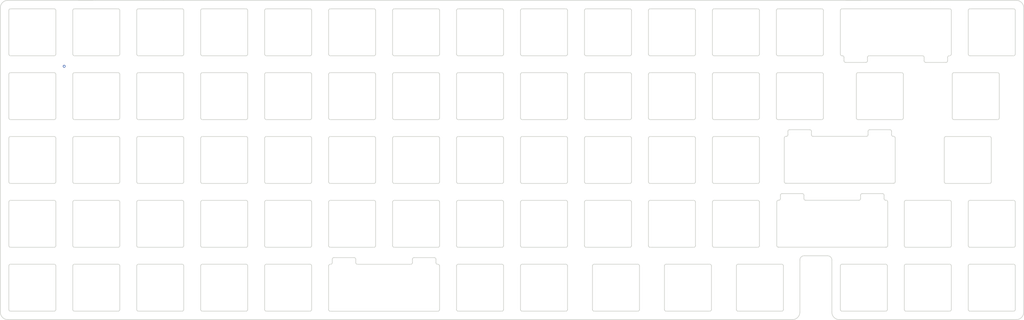
<source format=kicad_pcb>
(kicad_pcb (version 20171130) (host pcbnew "(5.1.4)-1")

  (general
    (thickness 1.6)
    (drawings 672)
    (tracks 1)
    (zones 0)
    (modules 0)
    (nets 1)
  )

  (page A4)
  (layers
    (0 F.Cu signal)
    (31 B.Cu signal)
    (32 B.Adhes user)
    (33 F.Adhes user)
    (34 B.Paste user)
    (35 F.Paste user)
    (36 B.SilkS user)
    (37 F.SilkS user)
    (38 B.Mask user)
    (39 F.Mask user)
    (40 Dwgs.User user)
    (41 Cmts.User user)
    (42 Eco1.User user)
    (43 Eco2.User user)
    (44 Edge.Cuts user)
    (45 Margin user)
    (46 B.CrtYd user)
    (47 F.CrtYd user)
    (48 B.Fab user)
    (49 F.Fab user)
  )

  (setup
    (last_trace_width 0.25)
    (trace_clearance 0.2)
    (zone_clearance 0.508)
    (zone_45_only no)
    (trace_min 0.2)
    (via_size 0.8)
    (via_drill 0.4)
    (via_min_size 0.4)
    (via_min_drill 0.3)
    (uvia_size 0.3)
    (uvia_drill 0.1)
    (uvias_allowed no)
    (uvia_min_size 0.2)
    (uvia_min_drill 0.1)
    (edge_width 0.05)
    (segment_width 0.2)
    (pcb_text_width 0.3)
    (pcb_text_size 1.5 1.5)
    (mod_edge_width 0.12)
    (mod_text_size 1 1)
    (mod_text_width 0.15)
    (pad_size 1.524 1.524)
    (pad_drill 0.762)
    (pad_to_mask_clearance 0.051)
    (solder_mask_min_width 0.25)
    (aux_axis_origin 0 0)
    (visible_elements 7FFFFFFF)
    (pcbplotparams
      (layerselection 0x010f0_ffffffff)
      (usegerberextensions true)
      (usegerberattributes false)
      (usegerberadvancedattributes false)
      (creategerberjobfile false)
      (excludeedgelayer true)
      (linewidth 0.100000)
      (plotframeref false)
      (viasonmask false)
      (mode 1)
      (useauxorigin false)
      (hpglpennumber 1)
      (hpglpenspeed 20)
      (hpglpendiameter 15.000000)
      (psnegative false)
      (psa4output false)
      (plotreference true)
      (plotvalue true)
      (plotinvisibletext false)
      (padsonsilk false)
      (subtractmaskfromsilk true)
      (outputformat 1)
      (mirror false)
      (drillshape 0)
      (scaleselection 1)
      (outputdirectory "Gerbers"))
  )

  (net 0 "")

  (net_class Default "This is the default net class."
    (clearance 0.2)
    (trace_width 0.25)
    (via_dia 0.8)
    (via_drill 0.4)
    (uvia_dia 0.3)
    (uvia_drill 0.1)
  )

  (gr_line (start 265.375 14.46875) (end 290.725 14.46875) (layer Edge.Cuts) (width 0.2) (tstamp 6291AA59))
  (gr_line (start 36.775 14.46875) (end 62.125 14.46875) (layer Edge.Cuts) (width 0.2) (tstamp 6291AA59))
  (gr_arc (start 255.5865 54.55625) (end 255.0865 54.55625) (angle -90) (layer Edge.Cuts) (width 0.2) (tstamp 6291A9D0))
  (gr_line (start 248.0865 54.55625) (end 248.0865 53.55625) (layer Edge.Cuts) (width 0.2) (tstamp 6291A9CF))
  (gr_arc (start 271.4625 54.55625) (end 271.4625 55.05625) (angle -90) (layer Edge.Cuts) (width 0.2) (tstamp 6291A9CE))
  (gr_line (start 278.4625 53.05625) (end 272.4625 53.05625) (layer Edge.Cuts) (width 0.2) (tstamp 6291A9CD))
  (gr_arc (start 279.4625 54.55625) (end 278.9625 54.55625) (angle -90) (layer Edge.Cuts) (width 0.2) (tstamp 6291A9CB))
  (gr_line (start 271.4625 55.05625) (end 255.5865 55.05625) (layer Edge.Cuts) (width 0.2) (tstamp 6291A9C9))
  (gr_line (start 271.9625 54.55625) (end 271.9625 53.55625) (layer Edge.Cuts) (width 0.2) (tstamp 6291A9C8))
  (gr_line (start 279.5495 55.05625) (end 279.4625 55.05625) (layer Edge.Cuts) (width 0.2) (tstamp 6291A9C6))
  (gr_line (start 247.5865 55.05625) (end 247.4995 55.05625) (layer Edge.Cuts) (width 0.2) (tstamp 6291A9C5))
  (gr_arc (start 248.5865 53.55625) (end 248.5865 53.05625) (angle -90) (layer Edge.Cuts) (width 0.2) (tstamp 6291A9C4))
  (gr_arc (start 254.5865 53.55625) (end 255.0865 53.55625) (angle -90) (layer Edge.Cuts) (width 0.2) (tstamp 6291A9C3))
  (gr_arc (start 247.5865 54.55625) (end 247.5865 55.05625) (angle -90) (layer Edge.Cuts) (width 0.2) (tstamp 6291A9C2))
  (gr_arc (start 272.4625 53.55625) (end 272.4625 53.05625) (angle -90) (layer Edge.Cuts) (width 0.2) (tstamp 6291A9C1))
  (gr_line (start 254.5865 53.05625) (end 248.5865 53.05625) (layer Edge.Cuts) (width 0.2) (tstamp 6291A9BF))
  (gr_line (start 278.9625 54.55625) (end 278.9625 53.55625) (layer Edge.Cuts) (width 0.2) (tstamp 6291A9BE))
  (gr_line (start 255.0865 54.55625) (end 255.0865 53.55625) (layer Edge.Cuts) (width 0.2) (tstamp 6291A9BB))
  (gr_arc (start 278.4625 53.55625) (end 278.9625 53.55625) (angle -90) (layer Edge.Cuts) (width 0.2) (tstamp 6291A9BA))
  (gr_line (start 279.5495 69.05625) (end 247.4995 69.05625) (layer Edge.Cuts) (width 0.2) (tstamp 6291A9B9))
  (gr_line (start 277.31875 88.1125) (end 245.26875 88.1125) (layer Edge.Cuts) (width 0.2) (tstamp 6291A9B9))
  (gr_arc (start 276.23175 72.6125) (end 276.73175 72.6125) (angle -90) (layer Edge.Cuts) (width 0.2) (tstamp 6291A9BA))
  (gr_line (start 269.23175 74.1125) (end 253.35575 74.1125) (layer Edge.Cuts) (width 0.2) (tstamp 6291A9C9))
  (gr_line (start 245.85575 73.6125) (end 245.85575 72.6125) (layer Edge.Cuts) (width 0.2) (tstamp 6291A9CF))
  (gr_arc (start 277.23175 73.6125) (end 276.73175 73.6125) (angle -90) (layer Edge.Cuts) (width 0.2) (tstamp 6291A9CB))
  (gr_line (start 276.73175 73.6125) (end 276.73175 72.6125) (layer Edge.Cuts) (width 0.2) (tstamp 6291A9BE))
  (gr_arc (start 245.35575 73.6125) (end 245.35575 74.1125) (angle -90) (layer Edge.Cuts) (width 0.2) (tstamp 6291A9C2))
  (gr_line (start 245.35575 74.1125) (end 245.26875 74.1125) (layer Edge.Cuts) (width 0.2) (tstamp 6291A9C5))
  (gr_line (start 269.73175 73.6125) (end 269.73175 72.6125) (layer Edge.Cuts) (width 0.2) (tstamp 6291A9C8))
  (gr_arc (start 252.35575 72.6125) (end 252.85575 72.6125) (angle -90) (layer Edge.Cuts) (width 0.2) (tstamp 6291A9C3))
  (gr_arc (start 270.23175 72.6125) (end 270.23175 72.1125) (angle -90) (layer Edge.Cuts) (width 0.2) (tstamp 6291A9C1))
  (gr_arc (start 269.23175 73.6125) (end 269.23175 74.1125) (angle -90) (layer Edge.Cuts) (width 0.2) (tstamp 6291A9CE))
  (gr_line (start 277.31875 74.1125) (end 277.23175 74.1125) (layer Edge.Cuts) (width 0.2) (tstamp 6291A9C6))
  (gr_line (start 276.23175 72.1125) (end 270.23175 72.1125) (layer Edge.Cuts) (width 0.2) (tstamp 6291A9CD))
  (gr_line (start 252.85575 73.6125) (end 252.85575 72.6125) (layer Edge.Cuts) (width 0.2) (tstamp 6291A9BB))
  (gr_arc (start 246.35575 72.6125) (end 246.35575 72.1125) (angle -90) (layer Edge.Cuts) (width 0.2) (tstamp 6291A9C4))
  (gr_line (start 252.35575 72.1125) (end 246.35575 72.1125) (layer Edge.Cuts) (width 0.2) (tstamp 6291A9BF))
  (gr_arc (start 253.35575 73.6125) (end 252.85575 73.6125) (angle -90) (layer Edge.Cuts) (width 0.2) (tstamp 6291A9D0))
  (gr_line (start 211.3125 93.69375) (end 211.3125 106.69375) (layer Edge.Cuts) (width 0.2) (tstamp 6285DDA5))
  (gr_line (start 211.8125 107.19375) (end 224.8125 107.19375) (layer Edge.Cuts) (width 0.2) (tstamp 6285DDA4))
  (gr_arc (start 224.8125 93.69375) (end 225.3125 93.69375) (angle -90) (layer Edge.Cuts) (width 0.2) (tstamp 6285DDA3))
  (gr_arc (start 224.8125 106.69375) (end 224.8125 107.19375) (angle -90) (layer Edge.Cuts) (width 0.2) (tstamp 6285DDA2))
  (gr_line (start 225.3125 93.69375) (end 225.3125 106.69375) (layer Edge.Cuts) (width 0.2) (tstamp 6285DDA1))
  (gr_arc (start 246.24375 106.69375) (end 246.24375 107.19375) (angle -90) (layer Edge.Cuts) (width 0.2) (tstamp 6285DDA0))
  (gr_arc (start 190.38125 93.69375) (end 190.38125 93.19375) (angle -90) (layer Edge.Cuts) (width 0.2) (tstamp 6285DD9F))
  (gr_line (start 189.88125 93.69375) (end 189.88125 106.69375) (layer Edge.Cuts) (width 0.2) (tstamp 6285DD9E))
  (gr_line (start 182.45 93.69375) (end 182.45 106.69375) (layer Edge.Cuts) (width 0.2) (tstamp 6285DD9D))
  (gr_line (start 68.15 93.69375) (end 68.15 106.69375) (layer Edge.Cuts) (width 0.2) (tstamp 6285DD9C))
  (gr_arc (start 162.9 93.69375) (end 163.4 93.69375) (angle -90) (layer Edge.Cuts) (width 0.2) (tstamp 6285DD9B))
  (gr_line (start 87.2 93.69375) (end 87.2 106.69375) (layer Edge.Cuts) (width 0.2) (tstamp 6285DD9A))
  (gr_arc (start 92.75 93.69375) (end 92.75 93.19375) (angle -90) (layer Edge.Cuts) (width 0.2) (tstamp 6285DD99))
  (gr_line (start 168.95 93.19375) (end 181.95 93.19375) (layer Edge.Cuts) (width 0.2) (tstamp 6285DD98))
  (gr_arc (start 73.7 106.69375) (end 73.2 106.69375) (angle -90) (layer Edge.Cuts) (width 0.2) (tstamp 6285DD97))
  (gr_arc (start 211.8125 93.69375) (end 211.8125 93.19375) (angle -90) (layer Edge.Cuts) (width 0.2) (tstamp 6285DD96))
  (gr_line (start 211.8125 93.19375) (end 224.8125 93.19375) (layer Edge.Cuts) (width 0.2) (tstamp 6285DD95))
  (gr_arc (start 181.95 93.69375) (end 182.45 93.69375) (angle -90) (layer Edge.Cuts) (width 0.2) (tstamp 6285DD94))
  (gr_arc (start 67.65 93.69375) (end 68.15 93.69375) (angle -90) (layer Edge.Cuts) (width 0.2) (tstamp 6285DD93))
  (gr_arc (start 168.95 93.69375) (end 168.95 93.19375) (angle -90) (layer Edge.Cuts) (width 0.2) (tstamp 6285DD92))
  (gr_arc (start 35.6 106.69375) (end 35.1 106.69375) (angle -90) (layer Edge.Cuts) (width 0.2) (tstamp 6285DD91))
  (gr_arc (start 67.65 106.69375) (end 67.65 107.19375) (angle -90) (layer Edge.Cuts) (width 0.2) (tstamp 6285DD90))
  (gr_arc (start 168.95 106.69375) (end 168.45 106.69375) (angle -90) (layer Edge.Cuts) (width 0.2) (tstamp 6285DD8F))
  (gr_arc (start 149.9 93.69375) (end 149.9 93.19375) (angle -90) (layer Edge.Cuts) (width 0.2) (tstamp 6285DD8E))
  (gr_arc (start 48.6 106.69375) (end 48.6 107.19375) (angle -90) (layer Edge.Cuts) (width 0.2) (tstamp 6285DD8D))
  (gr_line (start 92.75 93.19375) (end 105.75 93.19375) (layer Edge.Cuts) (width 0.2) (tstamp 6285DD8C))
  (gr_line (start 149.9 107.19375) (end 162.9 107.19375) (layer Edge.Cuts) (width 0.2) (tstamp 6285DD8B))
  (gr_arc (start 48.6 93.69375) (end 49.1 93.69375) (angle -90) (layer Edge.Cuts) (width 0.2) (tstamp 6285DD8A))
  (gr_arc (start 54.65 106.69375) (end 54.15 106.69375) (angle -90) (layer Edge.Cuts) (width 0.2) (tstamp 6285DD89))
  (gr_arc (start 203.38125 93.69375) (end 203.88125 93.69375) (angle -90) (layer Edge.Cuts) (width 0.2) (tstamp 6285DD88))
  (gr_line (start 73.2 93.69375) (end 73.2 106.69375) (layer Edge.Cuts) (width 0.2) (tstamp 6285DD87))
  (gr_line (start 149.9 93.19375) (end 162.9 93.19375) (layer Edge.Cuts) (width 0.2) (tstamp 6285DD86))
  (gr_line (start 73.7 107.19375) (end 86.7 107.19375) (layer Edge.Cuts) (width 0.2) (tstamp 6285DD85))
  (gr_arc (start 73.7 93.69375) (end 73.7 93.19375) (angle -90) (layer Edge.Cuts) (width 0.2) (tstamp 6285DD84))
  (gr_arc (start 203.38125 106.69375) (end 203.38125 107.19375) (angle -90) (layer Edge.Cuts) (width 0.2) (tstamp 6285DD82))
  (gr_line (start 168.45 93.69375) (end 168.45 106.69375) (layer Edge.Cuts) (width 0.2) (tstamp 6285DD81))
  (gr_line (start 149.4 93.69375) (end 149.4 106.69375) (layer Edge.Cuts) (width 0.2) (tstamp 6285DD80))
  (gr_arc (start 54.65 93.69375) (end 54.65 93.19375) (angle -90) (layer Edge.Cuts) (width 0.2) (tstamp 6285DD7F))
  (gr_line (start 203.88125 93.69375) (end 203.88125 106.69375) (layer Edge.Cuts) (width 0.2) (tstamp 6285DD7C))
  (gr_arc (start 105.75 106.69375) (end 105.75 107.19375) (angle -90) (layer Edge.Cuts) (width 0.2) (tstamp 6285DD7B))
  (gr_line (start 190.38125 93.19375) (end 203.38125 93.19375) (layer Edge.Cuts) (width 0.2) (tstamp 6285DD7A))
  (gr_arc (start 92.75 106.69375) (end 92.25 106.69375) (angle -90) (layer Edge.Cuts) (width 0.2) (tstamp 6285DD79))
  (gr_line (start 54.65 107.19375) (end 67.65 107.19375) (layer Edge.Cuts) (width 0.2) (tstamp 6285DD78))
  (gr_line (start 163.4 93.69375) (end 163.4 106.69375) (layer Edge.Cuts) (width 0.2) (tstamp 6285DD77))
  (gr_line (start 92.25 93.69375) (end 92.25 106.69375) (layer Edge.Cuts) (width 0.2) (tstamp 6285DD76))
  (gr_line (start 106.25 93.69375) (end 106.25 106.69375) (layer Edge.Cuts) (width 0.2) (tstamp 6285DD74))
  (gr_line (start 35.1 93.69375) (end 35.1 106.69375) (layer Edge.Cuts) (width 0.2) (tstamp 6285DD73))
  (gr_arc (start 105.75 93.69375) (end 106.25 93.69375) (angle -90) (layer Edge.Cuts) (width 0.2) (tstamp 6285DD71))
  (gr_line (start 92.75 107.19375) (end 105.75 107.19375) (layer Edge.Cuts) (width 0.2) (tstamp 6285DD70))
  (gr_arc (start 86.7 106.69375) (end 86.7 107.19375) (angle -90) (layer Edge.Cuts) (width 0.2) (tstamp 6285DD6F))
  (gr_line (start 35.6 107.19375) (end 48.6 107.19375) (layer Edge.Cuts) (width 0.2) (tstamp 6285DD6E))
  (gr_line (start 190.38125 107.19375) (end 203.38125 107.19375) (layer Edge.Cuts) (width 0.2) (tstamp 6285DD6D))
  (gr_line (start 54.15 93.69375) (end 54.15 106.69375) (layer Edge.Cuts) (width 0.2) (tstamp 6285DD6C))
  (gr_line (start 54.65 93.19375) (end 67.65 93.19375) (layer Edge.Cuts) (width 0.2) (tstamp 6285DD6B))
  (gr_line (start 49.1 93.69375) (end 49.1 106.69375) (layer Edge.Cuts) (width 0.2) (tstamp 6285DD6A))
  (gr_arc (start 86.7 93.69375) (end 87.2 93.69375) (angle -90) (layer Edge.Cuts) (width 0.2) (tstamp 6285DD68))
  (gr_line (start 168.95 107.19375) (end 181.95 107.19375) (layer Edge.Cuts) (width 0.2) (tstamp 6285DD67))
  (gr_arc (start 190.38125 106.69375) (end 189.88125 106.69375) (angle -90) (layer Edge.Cuts) (width 0.2) (tstamp 6285DD66))
  (gr_line (start 73.7 93.19375) (end 86.7 93.19375) (layer Edge.Cuts) (width 0.2) (tstamp 6285DD65))
  (gr_arc (start 181.95 106.69375) (end 181.95 107.19375) (angle -90) (layer Edge.Cuts) (width 0.2) (tstamp 6285DD64))
  (gr_arc (start 162.9 106.69375) (end 162.9 107.19375) (angle -90) (layer Edge.Cuts) (width 0.2) (tstamp 6285DD63))
  (gr_arc (start 149.9 106.69375) (end 149.4 106.69375) (angle -90) (layer Edge.Cuts) (width 0.2) (tstamp 6285DD61))
  (gr_arc (start 233.24375 106.69375) (end 232.74375 106.69375) (angle -90) (layer Edge.Cuts) (width 0.2) (tstamp 6285DD5F))
  (gr_arc (start 211.8125 106.69375) (end 211.3125 106.69375) (angle -90) (layer Edge.Cuts) (width 0.2) (tstamp 6285DD5E))
  (gr_arc (start 233.24375 93.69375) (end 233.24375 93.19375) (angle -90) (layer Edge.Cuts) (width 0.2) (tstamp 6285DD5D))
  (gr_arc (start 246.24375 93.69375) (end 246.74375 93.69375) (angle -90) (layer Edge.Cuts) (width 0.2) (tstamp 6285DD5C))
  (gr_line (start 246.74375 93.69375) (end 246.74375 106.69375) (layer Edge.Cuts) (width 0.2) (tstamp 6285DD5B))
  (gr_line (start 233.24375 107.19375) (end 246.24375 107.19375) (layer Edge.Cuts) (width 0.2) (tstamp 6285DD5A))
  (gr_line (start 233.24375 93.19375) (end 246.24375 93.19375) (layer Edge.Cuts) (width 0.2) (tstamp 6285DD59))
  (gr_line (start 232.74375 93.69375) (end 232.74375 106.69375) (layer Edge.Cuts) (width 0.2) (tstamp 6285DD58))
  (gr_line (start 35.6 93.19375) (end 48.6 93.19375) (layer Edge.Cuts) (width 0.2) (tstamp 6285DD57))
  (gr_arc (start 29.55 106.69375) (end 29.55 107.19375) (angle -90) (layer Edge.Cuts) (width 0.2) (tstamp 6285DD56))
  (gr_line (start 16.05 93.69375) (end 16.05 106.69375) (layer Edge.Cuts) (width 0.2) (tstamp 6285DD55))
  (gr_arc (start 16.55 93.69375) (end 16.55 93.19375) (angle -90) (layer Edge.Cuts) (width 0.2) (tstamp 6285DD54))
  (gr_arc (start 16.55 106.69375) (end 16.05 106.69375) (angle -90) (layer Edge.Cuts) (width 0.2) (tstamp 6285DD53))
  (gr_line (start 30.05 93.69375) (end 30.05 106.69375) (layer Edge.Cuts) (width 0.2) (tstamp 6285DD52))
  (gr_arc (start 35.6 93.69375) (end 35.6 93.19375) (angle -90) (layer Edge.Cuts) (width 0.2) (tstamp 6285DD51))
  (gr_arc (start 29.55 93.69375) (end 30.05 93.69375) (angle -90) (layer Edge.Cuts) (width 0.2) (tstamp 6285DD50))
  (gr_line (start 16.55 107.19375) (end 29.55 107.19375) (layer Edge.Cuts) (width 0.2) (tstamp 6285DD4F))
  (gr_line (start 16.55 93.19375) (end 29.55 93.19375) (layer Edge.Cuts) (width 0.2) (tstamp 6285DD4E))
  (gr_line (start 277.81875 74.6125) (end 277.81875 87.6125) (layer Edge.Cuts) (width 0.2) (tstamp 6285DB47))
  (gr_arc (start 245.26875 87.6125) (end 244.76875 87.6125) (angle -90) (layer Edge.Cuts) (width 0.2) (tstamp 6285DB46))
  (gr_arc (start 277.31875 74.6125) (end 277.81875 74.6125) (angle -90) (layer Edge.Cuts) (width 0.2) (tstamp 6285DB42))
  (gr_line (start 277.23175 88.1125) (end 277.31875 88.1125) (layer Edge.Cuts) (width 0.2) (tstamp 6285DB3F))
  (gr_line (start 245.26875 88.1125) (end 245.35575 88.1125) (layer Edge.Cuts) (width 0.2) (tstamp 6285DB3E))
  (gr_arc (start 245.26875 74.6125) (end 245.26875 74.1125) (angle -90) (layer Edge.Cuts) (width 0.2) (tstamp 6285DB3D))
  (gr_line (start 244.76875 74.6125) (end 244.76875 87.6125) (layer Edge.Cuts) (width 0.2) (tstamp 6285DB3C))
  (gr_arc (start 277.31875 87.6125) (end 277.31875 88.1125) (angle -90) (layer Edge.Cuts) (width 0.2) (tstamp 6285DB3B))
  (gr_line (start 118.881 91.2105) (end 112.881 91.2105) (layer Edge.Cuts) (width 0.2) (tstamp 6285DB4C))
  (gr_line (start 143.257 92.7105) (end 143.257 91.7105) (layer Edge.Cuts) (width 0.2) (tstamp 6285DB4B))
  (gr_line (start 136.257 92.7105) (end 136.257 91.7105) (layer Edge.Cuts) (width 0.2) (tstamp 6285DB4A))
  (gr_line (start 143.844 107.2105) (end 111.794 107.2105) (layer Edge.Cuts) (width 0.2) (tstamp 6285DB49))
  (gr_arc (start 142.757 91.7105) (end 143.257 91.7105) (angle -90) (layer Edge.Cuts) (width 0.2) (tstamp 6285DB48))
  (gr_line (start 111.294 106.7105) (end 111.294 93.7105) (layer Edge.Cuts) (width 0.2) (tstamp 6285DB47))
  (gr_arc (start 143.844 93.7105) (end 144.344 93.7105) (angle -90) (layer Edge.Cuts) (width 0.2) (tstamp 6285DB46))
  (gr_arc (start 111.881 92.7105) (end 111.881 93.2105) (angle -90) (layer Edge.Cuts) (width 0.2) (tstamp 6285DB45))
  (gr_arc (start 136.757 91.7105) (end 136.757 91.2105) (angle -90) (layer Edge.Cuts) (width 0.2) (tstamp 6285DB44))
  (gr_line (start 119.381 92.7105) (end 119.381 91.7105) (layer Edge.Cuts) (width 0.2) (tstamp 6285DB43))
  (gr_arc (start 111.794 106.7105) (end 111.294 106.7105) (angle -90) (layer Edge.Cuts) (width 0.2) (tstamp 6285DB42))
  (gr_arc (start 118.881 91.7105) (end 119.381 91.7105) (angle -90) (layer Edge.Cuts) (width 0.2) (tstamp 6285DB41))
  (gr_arc (start 112.881 91.7105) (end 112.881 91.2105) (angle -90) (layer Edge.Cuts) (width 0.2) (tstamp 6285DB40))
  (gr_line (start 111.881 93.2105) (end 111.794 93.2105) (layer Edge.Cuts) (width 0.2) (tstamp 6285DB3F))
  (gr_line (start 143.844 93.2105) (end 143.757 93.2105) (layer Edge.Cuts) (width 0.2) (tstamp 6285DB3E))
  (gr_arc (start 143.844 106.7105) (end 143.844 107.2105) (angle -90) (layer Edge.Cuts) (width 0.2) (tstamp 6285DB3D))
  (gr_line (start 144.344 106.7105) (end 144.344 93.7105) (layer Edge.Cuts) (width 0.2) (tstamp 6285DB3C))
  (gr_arc (start 111.794 93.7105) (end 111.794 93.2105) (angle -90) (layer Edge.Cuts) (width 0.2) (tstamp 6285DB3B))
  (gr_line (start 112.381 92.7105) (end 112.381 91.7105) (layer Edge.Cuts) (width 0.2) (tstamp 6285DB3A))
  (gr_line (start 135.757 93.2105) (end 119.881 93.2105) (layer Edge.Cuts) (width 0.2) (tstamp 6285DB39))
  (gr_line (start 142.757 91.2105) (end 136.757 91.2105) (layer Edge.Cuts) (width 0.2) (tstamp 6285DB38))
  (gr_arc (start 119.881 92.7105) (end 119.381 92.7105) (angle -90) (layer Edge.Cuts) (width 0.2) (tstamp 6285DB37))
  (gr_arc (start 143.757 92.7105) (end 143.257 92.7105) (angle -90) (layer Edge.Cuts) (width 0.2) (tstamp 6285DB36))
  (gr_arc (start 135.757 92.7105) (end 135.757 93.2105) (angle -90) (layer Edge.Cuts) (width 0.2) (tstamp 6285DB35))
  (gr_arc (start 239.1 87.64375) (end 239.1 88.14375) (angle -90) (layer Edge.Cuts) (width 0.2) (tstamp 6285D73B))
  (gr_arc (start 226.1 87.64375) (end 225.6 87.64375) (angle -90) (layer Edge.Cuts) (width 0.2) (tstamp 6285D73A))
  (gr_arc (start 226.1 74.64375) (end 226.1 74.14375) (angle -90) (layer Edge.Cuts) (width 0.2) (tstamp 6285D739))
  (gr_arc (start 239.1 74.64375) (end 239.6 74.64375) (angle -90) (layer Edge.Cuts) (width 0.2) (tstamp 6285D738))
  (gr_line (start 239.6 74.64375) (end 239.6 87.64375) (layer Edge.Cuts) (width 0.2) (tstamp 6285D737))
  (gr_line (start 226.1 88.14375) (end 239.1 88.14375) (layer Edge.Cuts) (width 0.2) (tstamp 6285D736))
  (gr_line (start 226.1 74.14375) (end 239.1 74.14375) (layer Edge.Cuts) (width 0.2) (tstamp 6285D735))
  (gr_line (start 225.6 74.64375) (end 225.6 87.64375) (layer Edge.Cuts) (width 0.2) (tstamp 6285D734))
  (gr_arc (start 247.4995 68.55625) (end 246.9995 68.55625) (angle -90) (layer Edge.Cuts) (width 0.2) (tstamp 6285D3FB))
  (gr_line (start 280.0495 55.55625) (end 280.0495 68.55625) (layer Edge.Cuts) (width 0.2) (tstamp 6285D3F6))
  (gr_arc (start 279.5495 55.55625) (end 280.0495 55.55625) (angle -90) (layer Edge.Cuts) (width 0.2) (tstamp 6285D3F2))
  (gr_line (start 279.4625 69.05625) (end 279.5495 69.05625) (layer Edge.Cuts) (width 0.2) (tstamp 6285D3F0))
  (gr_arc (start 247.4995 55.55625) (end 247.4995 55.05625) (angle -90) (layer Edge.Cuts) (width 0.2) (tstamp 6285D3EF))
  (gr_line (start 246.9995 55.55625) (end 246.9995 68.55625) (layer Edge.Cuts) (width 0.2) (tstamp 6285D3EE))
  (gr_arc (start 279.5495 68.55625) (end 279.5495 69.05625) (angle -90) (layer Edge.Cuts) (width 0.2) (tstamp 6285D3ED))
  (gr_line (start 247.4995 69.05625) (end 247.5865 69.05625) (layer Edge.Cuts) (width 0.2) (tstamp 6285D3EC))
  (gr_line (start 226.1 69.09375) (end 239.1 69.09375) (layer Edge.Cuts) (width 0.2) (tstamp 6285D383))
  (gr_arc (start 239.1 68.59375) (end 239.1 69.09375) (angle -90) (layer Edge.Cuts) (width 0.2) (tstamp 6285D382))
  (gr_arc (start 239.1 55.59375) (end 239.6 55.59375) (angle -90) (layer Edge.Cuts) (width 0.2) (tstamp 6285D381))
  (gr_line (start 225.6 55.59375) (end 225.6 68.59375) (layer Edge.Cuts) (width 0.2) (tstamp 6285D380))
  (gr_arc (start 226.1 68.59375) (end 225.6 68.59375) (angle -90) (layer Edge.Cuts) (width 0.2) (tstamp 6285D37F))
  (gr_line (start 239.6 55.59375) (end 239.6 68.59375) (layer Edge.Cuts) (width 0.2) (tstamp 6285D37E))
  (gr_line (start 226.1 55.09375) (end 239.1 55.09375) (layer Edge.Cuts) (width 0.2) (tstamp 6285D37D))
  (gr_arc (start 226.1 55.59375) (end 226.1 55.09375) (angle -90) (layer Edge.Cuts) (width 0.2) (tstamp 6285D37C))
  (gr_line (start 16.05 17.49375) (end 16.05 30.49375) (layer Edge.Cuts) (width 0.2))
  (gr_line (start 62.125 14.46875) (end 269.725 14.46875) (layer Edge.Cuts) (width 0.2))
  (gr_line (start 16.55 16.99375) (end 29.55 16.99375) (layer Edge.Cuts) (width 0.2))
  (gr_arc (start 29.55 30.49375) (end 29.55 30.99375) (angle -90) (layer Edge.Cuts) (width 0.2))
  (gr_arc (start 16.55 17.49375) (end 16.55 16.99375) (angle -90) (layer Edge.Cuts) (width 0.2))
  (gr_arc (start 29.55 17.49375) (end 30.05 17.49375) (angle -90) (layer Edge.Cuts) (width 0.2))
  (gr_line (start 16.55 30.99375) (end 29.55 30.99375) (layer Edge.Cuts) (width 0.2))
  (gr_arc (start 16.55 30.49375) (end 16.05 30.49375) (angle -90) (layer Edge.Cuts) (width 0.2))
  (gr_line (start 290.725 14.46875) (end 316.075 14.46875) (layer Edge.Cuts) (width 0.2) (tstamp 6285AA71))
  (gr_line (start 30.05 17.49375) (end 30.05 30.49375) (layer Edge.Cuts) (width 0.2))
  (gr_arc (start 149.9 30.49375) (end 149.4 30.49375) (angle -90) (layer Edge.Cuts) (width 0.2) (tstamp 6285AA77))
  (gr_arc (start 111.8 30.49375) (end 111.3 30.49375) (angle -90) (layer Edge.Cuts) (width 0.2))
  (gr_arc (start 130.85 17.49375) (end 130.85 16.99375) (angle -90) (layer Edge.Cuts) (width 0.2) (tstamp 6285AA74))
  (gr_arc (start 143.85 17.49375) (end 144.35 17.49375) (angle -90) (layer Edge.Cuts) (width 0.2) (tstamp 6285AA7A))
  (gr_line (start 111.8 30.99375) (end 124.8 30.99375) (layer Edge.Cuts) (width 0.2))
  (gr_line (start 144.35 17.49375) (end 144.35 30.49375) (layer Edge.Cuts) (width 0.2) (tstamp 6285AA6E))
  (gr_line (start 92.75 30.99375) (end 105.75 30.99375) (layer Edge.Cuts) (width 0.2))
  (gr_line (start 35.6 30.99375) (end 48.6 30.99375) (layer Edge.Cuts) (width 0.2))
  (gr_arc (start 54.65 17.49375) (end 54.65 16.99375) (angle -90) (layer Edge.Cuts) (width 0.2))
  (gr_line (start 68.15 17.49375) (end 68.15 30.49375) (layer Edge.Cuts) (width 0.2))
  (gr_line (start 106.25 17.49375) (end 106.25 30.49375) (layer Edge.Cuts) (width 0.2))
  (gr_line (start 130.85 16.99375) (end 143.85 16.99375) (layer Edge.Cuts) (width 0.2) (tstamp 6285A9CC))
  (gr_line (start 130.35 17.49375) (end 130.35 30.49375) (layer Edge.Cuts) (width 0.2) (tstamp 6285A9D5))
  (gr_arc (start 67.65 30.49375) (end 67.65 30.99375) (angle -90) (layer Edge.Cuts) (width 0.2))
  (gr_arc (start 54.65 30.49375) (end 54.15 30.49375) (angle -90) (layer Edge.Cuts) (width 0.2))
  (gr_line (start 92.75 16.99375) (end 105.75 16.99375) (layer Edge.Cuts) (width 0.2))
  (gr_line (start 87.2 17.49375) (end 87.2 30.49375) (layer Edge.Cuts) (width 0.2))
  (gr_arc (start 162.9 17.49375) (end 163.4 17.49375) (angle -90) (layer Edge.Cuts) (width 0.2) (tstamp 6285A9D8))
  (gr_arc (start 48.6 30.49375) (end 48.6 30.99375) (angle -90) (layer Edge.Cuts) (width 0.2))
  (gr_line (start 54.65 16.99375) (end 67.65 16.99375) (layer Edge.Cuts) (width 0.2))
  (gr_arc (start 35.6 17.49375) (end 35.6 16.99375) (angle -90) (layer Edge.Cuts) (width 0.2))
  (gr_arc (start 143.85 30.49375) (end 143.85 30.99375) (angle -90) (layer Edge.Cuts) (width 0.2) (tstamp 6285A9DB))
  (gr_line (start 130.85 30.99375) (end 143.85 30.99375) (layer Edge.Cuts) (width 0.2) (tstamp 6285A9CF))
  (gr_line (start 35.6 16.99375) (end 48.6 16.99375) (layer Edge.Cuts) (width 0.2))
  (gr_arc (start 48.6 17.49375) (end 49.1 17.49375) (angle -90) (layer Edge.Cuts) (width 0.2))
  (gr_arc (start 35.6 30.49375) (end 35.1 30.49375) (angle -90) (layer Edge.Cuts) (width 0.2))
  (gr_arc (start 86.7 17.49375) (end 87.2 17.49375) (angle -90) (layer Edge.Cuts) (width 0.2))
  (gr_arc (start 105.75 30.49375) (end 105.75 30.99375) (angle -90) (layer Edge.Cuts) (width 0.2))
  (gr_line (start 92.25 17.49375) (end 92.25 30.49375) (layer Edge.Cuts) (width 0.2))
  (gr_arc (start 124.8 30.49375) (end 124.8 30.99375) (angle -90) (layer Edge.Cuts) (width 0.2) (tstamp 6285A9D2))
  (gr_line (start 35.1 17.49375) (end 35.1 30.49375) (layer Edge.Cuts) (width 0.2))
  (gr_arc (start 86.7 30.49375) (end 86.7 30.99375) (angle -90) (layer Edge.Cuts) (width 0.2))
  (gr_arc (start 111.8 17.49375) (end 111.8 16.99375) (angle -90) (layer Edge.Cuts) (width 0.2))
  (gr_line (start 111.3 17.49375) (end 111.3 30.49375) (layer Edge.Cuts) (width 0.2))
  (gr_line (start 73.7 30.99375) (end 86.7 30.99375) (layer Edge.Cuts) (width 0.2))
  (gr_line (start 149.9 16.99375) (end 162.9 16.99375) (layer Edge.Cuts) (width 0.2) (tstamp 6285AA8C))
  (gr_line (start 73.2 17.49375) (end 73.2 30.49375) (layer Edge.Cuts) (width 0.2))
  (gr_arc (start 124.8 17.49375) (end 125.3 17.49375) (angle -90) (layer Edge.Cuts) (width 0.2) (tstamp 6285AA8F))
  (gr_arc (start 162.9 30.49375) (end 162.9 30.99375) (angle -90) (layer Edge.Cuts) (width 0.2) (tstamp 6285AA89))
  (gr_line (start 149.9 30.99375) (end 162.9 30.99375) (layer Edge.Cuts) (width 0.2) (tstamp 6285AA86))
  (gr_arc (start 105.75 17.49375) (end 106.25 17.49375) (angle -90) (layer Edge.Cuts) (width 0.2))
  (gr_arc (start 130.85 30.49375) (end 130.35 30.49375) (angle -90) (layer Edge.Cuts) (width 0.2) (tstamp 6285AA83))
  (gr_line (start 73.7 16.99375) (end 86.7 16.99375) (layer Edge.Cuts) (width 0.2))
  (gr_line (start 49.1 17.49375) (end 49.1 30.49375) (layer Edge.Cuts) (width 0.2))
  (gr_arc (start 73.7 17.49375) (end 73.7 16.99375) (angle -90) (layer Edge.Cuts) (width 0.2))
  (gr_arc (start 67.65 17.49375) (end 68.15 17.49375) (angle -90) (layer Edge.Cuts) (width 0.2))
  (gr_line (start 125.3 17.49375) (end 125.3 30.49375) (layer Edge.Cuts) (width 0.2) (tstamp 6285AA80))
  (gr_line (start 54.65 30.99375) (end 67.65 30.99375) (layer Edge.Cuts) (width 0.2))
  (gr_line (start 54.15 17.49375) (end 54.15 30.49375) (layer Edge.Cuts) (width 0.2))
  (gr_arc (start 73.7 30.49375) (end 73.2 30.49375) (angle -90) (layer Edge.Cuts) (width 0.2))
  (gr_arc (start 92.75 17.49375) (end 92.75 16.99375) (angle -90) (layer Edge.Cuts) (width 0.2))
  (gr_line (start 149.4 17.49375) (end 149.4 30.49375) (layer Edge.Cuts) (width 0.2) (tstamp 6285AA7D))
  (gr_arc (start 92.75 30.49375) (end 92.25 30.49375) (angle -90) (layer Edge.Cuts) (width 0.2))
  (gr_line (start 111.8 16.99375) (end 124.8 16.99375) (layer Edge.Cuts) (width 0.2))
  (gr_arc (start 149.9 17.49375) (end 149.9 16.99375) (angle -90) (layer Edge.Cuts) (width 0.2) (tstamp 6285AA92))
  (gr_line (start 163.4 17.49375) (end 163.4 30.49375) (layer Edge.Cuts) (width 0.2) (tstamp 6285AAB0))
  (gr_arc (start 168.95 17.49375) (end 168.95 16.99375) (angle -90) (layer Edge.Cuts) (width 0.2) (tstamp 6285AA9B))
  (gr_line (start 245.15 16.99375) (end 258.15 16.99375) (layer Edge.Cuts) (width 0.2) (tstamp 6285AAA7))
  (gr_arc (start 48.6 49.54375) (end 48.6 50.04375) (angle -90) (layer Edge.Cuts) (width 0.2) (tstamp 6285CABC))
  (gr_line (start 258.65 17.49375) (end 258.65 30.49375) (layer Edge.Cuts) (width 0.2) (tstamp 6285AA9E))
  (gr_arc (start 29.55 49.54375) (end 29.55 50.04375) (angle -90) (layer Edge.Cuts) (width 0.2))
  (gr_arc (start 315.3 17.49375) (end 315.8 17.49375) (angle -90) (layer Edge.Cuts) (width 0.2) (tstamp 6285AAB3))
  (gr_line (start 315.8 17.49375) (end 315.8 30.49375) (layer Edge.Cuts) (width 0.2) (tstamp 6285AABF))
  (gr_arc (start 315.3 30.49375) (end 315.3 30.99375) (angle -90) (layer Edge.Cuts) (width 0.2) (tstamp 6285AABC))
  (gr_arc (start 302.3 30.49375) (end 301.8 30.49375) (angle -90) (layer Edge.Cuts) (width 0.2) (tstamp 6285AAAD))
  (gr_arc (start 54.65 36.54375) (end 54.65 36.04375) (angle -90) (layer Edge.Cuts) (width 0.2) (tstamp 6285CAB6))
  (gr_line (start 35.1 36.54375) (end 35.1 49.54375) (layer Edge.Cuts) (width 0.2) (tstamp 6285CAB3))
  (gr_line (start 302.3 30.99375) (end 315.3 30.99375) (layer Edge.Cuts) (width 0.2) (tstamp 6285AAA4))
  (gr_arc (start 35.6 49.54375) (end 35.1 49.54375) (angle -90) (layer Edge.Cuts) (width 0.2) (tstamp 6285CAB9))
  (gr_arc (start 168.95 30.49375) (end 168.45 30.49375) (angle -90) (layer Edge.Cuts) (width 0.2) (tstamp 6285AA98))
  (gr_arc (start 201 30.49375) (end 201 30.99375) (angle -90) (layer Edge.Cuts) (width 0.2) (tstamp 6285AAAA))
  (gr_line (start 207.05 30.99375) (end 220.05 30.99375) (layer Edge.Cuts) (width 0.2) (tstamp 6285AA95))
  (gr_line (start 16.55 50.04375) (end 29.55 50.04375) (layer Edge.Cuts) (width 0.2))
  (gr_line (start 49.1 36.54375) (end 49.1 49.54375) (layer Edge.Cuts) (width 0.2) (tstamp 6285CABF))
  (gr_line (start 168.95 16.99375) (end 181.95 16.99375) (layer Edge.Cuts) (width 0.2) (tstamp 6285AAB9))
  (gr_arc (start 181.95 17.49375) (end 182.45 17.49375) (angle -90) (layer Edge.Cuts) (width 0.2) (tstamp 6285AAB6))
  (gr_line (start 182.45 17.49375) (end 182.45 30.49375) (layer Edge.Cuts) (width 0.2) (tstamp 6285AAA1))
  (gr_arc (start 220.05 30.49375) (end 220.05 30.99375) (angle -90) (layer Edge.Cuts) (width 0.2) (tstamp 6285AA38))
  (gr_arc (start 181.95 30.49375) (end 181.95 30.99375) (angle -90) (layer Edge.Cuts) (width 0.2) (tstamp 6285AA3B))
  (gr_line (start 168.45 17.49375) (end 168.45 30.49375) (layer Edge.Cuts) (width 0.2) (tstamp 6285AA5F))
  (gr_arc (start 207.05 17.49375) (end 207.05 16.99375) (angle -90) (layer Edge.Cuts) (width 0.2) (tstamp 6285AA59))
  (gr_arc (start 220.05 17.49375) (end 220.55 17.49375) (angle -90) (layer Edge.Cuts) (width 0.2) (tstamp 6285AA53))
  (gr_arc (start 226.1 17.49375) (end 226.1 16.99375) (angle -90) (layer Edge.Cuts) (width 0.2) (tstamp 6285AA6B))
  (gr_arc (start 245.15 17.49375) (end 245.15 16.99375) (angle -90) (layer Edge.Cuts) (width 0.2) (tstamp 6285AA4A))
  (gr_line (start 244.65 17.49375) (end 244.65 30.49375) (layer Edge.Cuts) (width 0.2) (tstamp 6285AA47))
  (gr_line (start 225.6 17.49375) (end 225.6 30.49375) (layer Edge.Cuts) (width 0.2) (tstamp 6285AA68))
  (gr_arc (start 258.15 17.49375) (end 258.65 17.49375) (angle -90) (layer Edge.Cuts) (width 0.2) (tstamp 6285AA3E))
  (gr_line (start 16.05 36.54375) (end 16.05 49.54375) (layer Edge.Cuts) (width 0.2))
  (gr_line (start 301.8 17.49375) (end 301.8 30.49375) (layer Edge.Cuts) (width 0.2) (tstamp 6285AA41))
  (gr_line (start 226.1 16.99375) (end 239.1 16.99375) (layer Edge.Cuts) (width 0.2) (tstamp 6285AA65))
  (gr_arc (start 239.1 30.49375) (end 239.1 30.99375) (angle -90) (layer Edge.Cuts) (width 0.2) (tstamp 6285AA50))
  (gr_line (start 226.1 30.99375) (end 239.1 30.99375) (layer Edge.Cuts) (width 0.2) (tstamp 6285AA56))
  (gr_arc (start 48.6 36.54375) (end 49.1 36.54375) (angle -90) (layer Edge.Cuts) (width 0.2) (tstamp 6285CAB0))
  (gr_arc (start 16.55 36.54375) (end 16.55 36.04375) (angle -90) (layer Edge.Cuts) (width 0.2))
  (gr_line (start 168.95 30.99375) (end 181.95 30.99375) (layer Edge.Cuts) (width 0.2) (tstamp 6285AA62))
  (gr_line (start 201.5 17.49375) (end 201.5 30.49375) (layer Edge.Cuts) (width 0.2) (tstamp 6285AA4D))
  (gr_arc (start 245.15 30.49375) (end 244.65 30.49375) (angle -90) (layer Edge.Cuts) (width 0.2) (tstamp 6285AA5C))
  (gr_line (start 35.6 50.04375) (end 48.6 50.04375) (layer Edge.Cuts) (width 0.2) (tstamp 6285CAAD))
  (gr_arc (start 188 17.49375) (end 188 16.99375) (angle -90) (layer Edge.Cuts) (width 0.2) (tstamp 6285AA44))
  (gr_line (start 16.55 36.04375) (end 29.55 36.04375) (layer Edge.Cuts) (width 0.2))
  (gr_arc (start 35.6 36.54375) (end 35.6 36.04375) (angle -90) (layer Edge.Cuts) (width 0.2) (tstamp 6285CAA1))
  (gr_line (start 188 16.99375) (end 201 16.99375) (layer Edge.Cuts) (width 0.2) (tstamp 6285AA08))
  (gr_arc (start 239.1 17.49375) (end 239.6 17.49375) (angle -90) (layer Edge.Cuts) (width 0.2) (tstamp 6285AA02))
  (gr_arc (start 302.3 17.49375) (end 302.3 16.99375) (angle -90) (layer Edge.Cuts) (width 0.2) (tstamp 6285AA32))
  (gr_line (start 302.3 16.99375) (end 315.3 16.99375) (layer Edge.Cuts) (width 0.2) (tstamp 6285AA1D))
  (gr_arc (start 29.55 36.54375) (end 30.05 36.54375) (angle -90) (layer Edge.Cuts) (width 0.2))
  (gr_arc (start 201 17.49375) (end 201.5 17.49375) (angle -90) (layer Edge.Cuts) (width 0.2) (tstamp 6285AA2F))
  (gr_line (start 239.6 17.49375) (end 239.6 30.49375) (layer Edge.Cuts) (width 0.2) (tstamp 6285AA20))
  (gr_line (start 187.5 17.49375) (end 187.5 30.49375) (layer Edge.Cuts) (width 0.2) (tstamp 6285AA11))
  (gr_line (start 188 30.99375) (end 201 30.99375) (layer Edge.Cuts) (width 0.2) (tstamp 6285AA14))
  (gr_arc (start 188 30.49375) (end 187.5 30.49375) (angle -90) (layer Edge.Cuts) (width 0.2) (tstamp 6285AA05))
  (gr_line (start 207.05 16.99375) (end 220.05 16.99375) (layer Edge.Cuts) (width 0.2) (tstamp 6285AA0E))
  (gr_line (start 245.15 30.99375) (end 258.15 30.99375) (layer Edge.Cuts) (width 0.2) (tstamp 6285AA17))
  (gr_line (start 30.05 36.54375) (end 30.05 49.54375) (layer Edge.Cuts) (width 0.2))
  (gr_line (start 220.55 17.49375) (end 220.55 30.49375) (layer Edge.Cuts) (width 0.2) (tstamp 6285AA0B))
  (gr_arc (start 207.05 30.49375) (end 206.55 30.49375) (angle -90) (layer Edge.Cuts) (width 0.2) (tstamp 6285AA1A))
  (gr_arc (start 258.15 30.49375) (end 258.15 30.99375) (angle -90) (layer Edge.Cuts) (width 0.2) (tstamp 6285AA35))
  (gr_arc (start 16.55 49.54375) (end 16.05 49.54375) (angle -90) (layer Edge.Cuts) (width 0.2))
  (gr_line (start 35.6 36.04375) (end 48.6 36.04375) (layer Edge.Cuts) (width 0.2) (tstamp 6285CAAA))
  (gr_line (start 206.55 17.49375) (end 206.55 30.49375) (layer Edge.Cuts) (width 0.2) (tstamp 6285AA2C))
  (gr_arc (start 226.1 30.49375) (end 225.6 30.49375) (angle -90) (layer Edge.Cuts) (width 0.2) (tstamp 6285AA29))
  (gr_arc (start 207.05 36.54375) (end 207.05 36.04375) (angle -90) (layer Edge.Cuts) (width 0.2) (tstamp 6285CAA7))
  (gr_arc (start 143.85 36.54375) (end 144.35 36.54375) (angle -90) (layer Edge.Cuts) (width 0.2) (tstamp 6285CAA4))
  (gr_line (start 92.75 50.04375) (end 105.75 50.04375) (layer Edge.Cuts) (width 0.2) (tstamp 6285CA5F))
  (gr_arc (start 92.75 49.54375) (end 92.25 49.54375) (angle -90) (layer Edge.Cuts) (width 0.2) (tstamp 6285CA86))
  (gr_line (start 149.4 36.54375) (end 149.4 49.54375) (layer Edge.Cuts) (width 0.2) (tstamp 6285CA95))
  (gr_arc (start 188 36.54375) (end 188 36.04375) (angle -90) (layer Edge.Cuts) (width 0.2) (tstamp 6285CA8C))
  (gr_arc (start 201 49.54375) (end 201 50.04375) (angle -90) (layer Edge.Cuts) (width 0.2) (tstamp 6285CA9B))
  (gr_line (start 168.95 36.04375) (end 181.95 36.04375) (layer Edge.Cuts) (width 0.2) (tstamp 6285CA5C))
  (gr_arc (start 130.85 49.54375) (end 130.35 49.54375) (angle -90) (layer Edge.Cuts) (width 0.2) (tstamp 6285CA77))
  (gr_line (start 130.85 50.04375) (end 143.85 50.04375) (layer Edge.Cuts) (width 0.2) (tstamp 6285CA6B))
  (gr_line (start 201.5 36.54375) (end 201.5 49.54375) (layer Edge.Cuts) (width 0.2) (tstamp 6285CA7D))
  (gr_arc (start 143.85 49.54375) (end 143.85 50.04375) (angle -90) (layer Edge.Cuts) (width 0.2) (tstamp 6285CA71))
  (gr_line (start 54.65 36.04375) (end 67.65 36.04375) (layer Edge.Cuts) (width 0.2) (tstamp 6285CA89))
  (gr_arc (start 67.65 36.54375) (end 68.15 36.54375) (angle -90) (layer Edge.Cuts) (width 0.2) (tstamp 6285CA6E))
  (gr_arc (start 54.65 49.54375) (end 54.15 49.54375) (angle -90) (layer Edge.Cuts) (width 0.2) (tstamp 6285CA65))
  (gr_arc (start 162.9 49.54375) (end 162.9 50.04375) (angle -90) (layer Edge.Cuts) (width 0.2) (tstamp 6285CA92))
  (gr_line (start 130.85 36.04375) (end 143.85 36.04375) (layer Edge.Cuts) (width 0.2) (tstamp 6285CA9E))
  (gr_line (start 68.15 36.54375) (end 68.15 49.54375) (layer Edge.Cuts) (width 0.2) (tstamp 6285CA83))
  (gr_arc (start 111.8 36.54375) (end 111.8 36.04375) (angle -90) (layer Edge.Cuts) (width 0.2) (tstamp 6285CA68))
  (gr_arc (start 188 49.54375) (end 187.5 49.54375) (angle -90) (layer Edge.Cuts) (width 0.2) (tstamp 6285CA62))
  (gr_arc (start 73.7 36.54375) (end 73.7 36.04375) (angle -90) (layer Edge.Cuts) (width 0.2) (tstamp 6285CA74))
  (gr_arc (start 86.7 49.54375) (end 86.7 50.04375) (angle -90) (layer Edge.Cuts) (width 0.2) (tstamp 6285CA98))
  (gr_line (start 73.7 50.04375) (end 86.7 50.04375) (layer Edge.Cuts) (width 0.2) (tstamp 6285CA8F))
  (gr_arc (start 73.7 49.54375) (end 73.2 49.54375) (angle -90) (layer Edge.Cuts) (width 0.2) (tstamp 6285CA80))
  (gr_arc (start 92.75 36.54375) (end 92.75 36.04375) (angle -90) (layer Edge.Cuts) (width 0.2) (tstamp 6285CA7A))
  (gr_arc (start 111.8 49.54375) (end 111.3 49.54375) (angle -90) (layer Edge.Cuts) (width 0.2) (tstamp 6285CB55))
  (gr_arc (start 149.9 49.54375) (end 149.4 49.54375) (angle -90) (layer Edge.Cuts) (width 0.2) (tstamp 6285CB79))
  (gr_line (start 149.9 36.04375) (end 162.9 36.04375) (layer Edge.Cuts) (width 0.2) (tstamp 6285CB58))
  (gr_line (start 92.75 36.04375) (end 105.75 36.04375) (layer Edge.Cuts) (width 0.2) (tstamp 6285CB46))
  (gr_line (start 106.25 36.54375) (end 106.25 49.54375) (layer Edge.Cuts) (width 0.2) (tstamp 6285CB37))
  (gr_arc (start 168.95 49.54375) (end 168.45 49.54375) (angle -90) (layer Edge.Cuts) (width 0.2) (tstamp 6285CB73))
  (gr_arc (start 130.85 36.54375) (end 130.85 36.04375) (angle -90) (layer Edge.Cuts) (width 0.2) (tstamp 6285CB61))
  (gr_arc (start 181.95 49.54375) (end 181.95 50.04375) (angle -90) (layer Edge.Cuts) (width 0.2) (tstamp 6285CB5B))
  (gr_arc (start 181.95 36.54375) (end 182.45 36.54375) (angle -90) (layer Edge.Cuts) (width 0.2) (tstamp 6285CB76))
  (gr_line (start 188 36.04375) (end 201 36.04375) (layer Edge.Cuts) (width 0.2) (tstamp 6285CB6A))
  (gr_line (start 182.45 36.54375) (end 182.45 49.54375) (layer Edge.Cuts) (width 0.2) (tstamp 6285CB70))
  (gr_line (start 130.35 36.54375) (end 130.35 49.54375) (layer Edge.Cuts) (width 0.2) (tstamp 6285CB5E))
  (gr_arc (start 149.9 36.54375) (end 149.9 36.04375) (angle -90) (layer Edge.Cuts) (width 0.2) (tstamp 6285CB6D))
  (gr_line (start 168.45 36.54375) (end 168.45 49.54375) (layer Edge.Cuts) (width 0.2) (tstamp 6285CB67))
  (gr_arc (start 67.65 49.54375) (end 67.65 50.04375) (angle -90) (layer Edge.Cuts) (width 0.2) (tstamp 6285CB64))
  (gr_line (start 144.35 36.54375) (end 144.35 49.54375) (layer Edge.Cuts) (width 0.2) (tstamp 6285CB52))
  (gr_line (start 54.65 50.04375) (end 67.65 50.04375) (layer Edge.Cuts) (width 0.2) (tstamp 6285CB4F))
  (gr_line (start 54.15 36.54375) (end 54.15 49.54375) (layer Edge.Cuts) (width 0.2) (tstamp 6285CB4C))
  (gr_line (start 111.8 36.04375) (end 124.8 36.04375) (layer Edge.Cuts) (width 0.2) (tstamp 6285CB49))
  (gr_line (start 187.5 36.54375) (end 187.5 49.54375) (layer Edge.Cuts) (width 0.2) (tstamp 6285CB43))
  (gr_line (start 73.7 36.04375) (end 86.7 36.04375) (layer Edge.Cuts) (width 0.2) (tstamp 6285CB40))
  (gr_line (start 163.4 36.54375) (end 163.4 49.54375) (layer Edge.Cuts) (width 0.2) (tstamp 6285CB3D))
  (gr_arc (start 86.7 36.54375) (end 87.2 36.54375) (angle -90) (layer Edge.Cuts) (width 0.2) (tstamp 6285CB3A))
  (gr_line (start 87.2 36.54375) (end 87.2 49.54375) (layer Edge.Cuts) (width 0.2) (tstamp 6285CB19))
  (gr_line (start 73.2 36.54375) (end 73.2 49.54375) (layer Edge.Cuts) (width 0.2) (tstamp 6285CB31))
  (gr_arc (start 105.75 36.54375) (end 106.25 36.54375) (angle -90) (layer Edge.Cuts) (width 0.2) (tstamp 6285CB22))
  (gr_arc (start 124.8 49.54375) (end 124.8 50.04375) (angle -90) (layer Edge.Cuts) (width 0.2) (tstamp 6285CB1F))
  (gr_line (start 111.8 50.04375) (end 124.8 50.04375) (layer Edge.Cuts) (width 0.2) (tstamp 6285CB13))
  (gr_line (start 125.3 36.54375) (end 125.3 49.54375) (layer Edge.Cuts) (width 0.2) (tstamp 6285CB10))
  (gr_line (start 168.95 50.04375) (end 181.95 50.04375) (layer Edge.Cuts) (width 0.2) (tstamp 6285CB1C))
  (gr_arc (start 105.75 49.54375) (end 105.75 50.04375) (angle -90) (layer Edge.Cuts) (width 0.2) (tstamp 6285CB0A))
  (gr_line (start 92.25 36.54375) (end 92.25 49.54375) (layer Edge.Cuts) (width 0.2) (tstamp 6285CB25))
  (gr_arc (start 168.95 36.54375) (end 168.95 36.04375) (angle -90) (layer Edge.Cuts) (width 0.2) (tstamp 6285CB16))
  (gr_line (start 188 50.04375) (end 201 50.04375) (layer Edge.Cuts) (width 0.2) (tstamp 6285CB2E))
  (gr_arc (start 124.8 36.54375) (end 125.3 36.54375) (angle -90) (layer Edge.Cuts) (width 0.2) (tstamp 6285CB34))
  (gr_line (start 111.3 36.54375) (end 111.3 49.54375) (layer Edge.Cuts) (width 0.2) (tstamp 6285CB2B))
  (gr_line (start 149.9 50.04375) (end 162.9 50.04375) (layer Edge.Cuts) (width 0.2) (tstamp 6285CB28))
  (gr_arc (start 201 36.54375) (end 201.5 36.54375) (angle -90) (layer Edge.Cuts) (width 0.2) (tstamp 6285CB0D))
  (gr_arc (start 162.9 36.54375) (end 163.4 36.54375) (angle -90) (layer Edge.Cuts) (width 0.2) (tstamp 6285CB07))
  (gr_line (start 163.4 55.59375) (end 163.4 68.59375) (layer Edge.Cuts) (width 0.2) (tstamp 6285B70A))
  (gr_line (start 111.3 55.59375) (end 111.3 68.59375) (layer Edge.Cuts) (width 0.2) (tstamp 6285B707))
  (gr_line (start 168.95 55.09375) (end 181.95 55.09375) (layer Edge.Cuts) (width 0.2) (tstamp 6285B6E9))
  (gr_line (start 188 55.09375) (end 201 55.09375) (layer Edge.Cuts) (width 0.2) (tstamp 6285B6E6))
  (gr_arc (start 162.9 68.59375) (end 162.9 69.09375) (angle -90) (layer Edge.Cuts) (width 0.2) (tstamp 6285B71F))
  (gr_arc (start 168.95 55.59375) (end 168.95 55.09375) (angle -90) (layer Edge.Cuts) (width 0.2) (tstamp 6285B71C))
  (gr_line (start 187.5 55.59375) (end 187.5 68.59375) (layer Edge.Cuts) (width 0.2) (tstamp 6285B719))
  (gr_arc (start 188 68.59375) (end 187.5 68.59375) (angle -90) (layer Edge.Cuts) (width 0.2) (tstamp 6285B6A1))
  (gr_line (start 73.7 55.09375) (end 86.7 55.09375) (layer Edge.Cuts) (width 0.2))
  (gr_arc (start 86.7 55.59375) (end 87.2 55.59375) (angle -90) (layer Edge.Cuts) (width 0.2) (tstamp 6285B677))
  (gr_line (start 73.7 69.09375) (end 86.7 69.09375) (layer Edge.Cuts) (width 0.2))
  (gr_line (start 111.8 69.09375) (end 124.8 69.09375) (layer Edge.Cuts) (width 0.2) (tstamp 6285B6E0))
  (gr_arc (start 149.9 68.59375) (end 149.4 68.59375) (angle -90) (layer Edge.Cuts) (width 0.2) (tstamp 6285B668))
  (gr_line (start 188 69.09375) (end 201 69.09375) (layer Edge.Cuts) (width 0.2) (tstamp 6285B6CE))
  (gr_line (start 111.8 55.09375) (end 124.8 55.09375) (layer Edge.Cuts) (width 0.2) (tstamp 6285B69B))
  (gr_arc (start 181.95 68.59375) (end 181.95 69.09375) (angle -90) (layer Edge.Cuts) (width 0.2) (tstamp 6285B689))
  (gr_line (start 87.2 55.59375) (end 87.2 68.59375) (layer Edge.Cuts) (width 0.2) (tstamp 6285B674))
  (gr_arc (start 86.7 68.59375) (end 86.7 69.09375) (angle -90) (layer Edge.Cuts) (width 0.2) (tstamp 6285B68C))
  (gr_arc (start 201 68.59375) (end 201 69.09375) (angle -90) (layer Edge.Cuts) (width 0.2) (tstamp 6285B6AD))
  (gr_arc (start 92.75 55.59375) (end 92.75 55.09375) (angle -90) (layer Edge.Cuts) (width 0.2) (tstamp 6285B680))
  (gr_line (start 92.75 69.09375) (end 105.75 69.09375) (layer Edge.Cuts) (width 0.2) (tstamp 6285B67D))
  (gr_arc (start 143.85 55.59375) (end 144.35 55.59375) (angle -90) (layer Edge.Cuts) (width 0.2) (tstamp 6285B69E))
  (gr_arc (start 73.7 68.59375) (end 73.2 68.59375) (angle -90) (layer Edge.Cuts) (width 0.2))
  (gr_line (start 73.2 55.59375) (end 73.2 68.59375) (layer Edge.Cuts) (width 0.2))
  (gr_arc (start 111.8 55.59375) (end 111.8 55.09375) (angle -90) (layer Edge.Cuts) (width 0.2) (tstamp 6285B6D4))
  (gr_line (start 125.3 55.59375) (end 125.3 68.59375) (layer Edge.Cuts) (width 0.2) (tstamp 6285B6DD))
  (gr_line (start 144.35 55.59375) (end 144.35 68.59375) (layer Edge.Cuts) (width 0.2) (tstamp 6285B686))
  (gr_arc (start 201 55.59375) (end 201.5 55.59375) (angle -90) (layer Edge.Cuts) (width 0.2) (tstamp 6285B6C5))
  (gr_arc (start 162.9 55.59375) (end 163.4 55.59375) (angle -90) (layer Edge.Cuts) (width 0.2) (tstamp 6285B68F))
  (gr_line (start 149.4 55.59375) (end 149.4 68.59375) (layer Edge.Cuts) (width 0.2) (tstamp 6285B698))
  (gr_line (start 207.05 55.09375) (end 220.05 55.09375) (layer Edge.Cuts) (width 0.2) (tstamp 6285B683))
  (gr_arc (start 188 55.59375) (end 188 55.09375) (angle -90) (layer Edge.Cuts) (width 0.2) (tstamp 6285B6D1))
  (gr_arc (start 207.05 55.59375) (end 207.05 55.09375) (angle -90) (layer Edge.Cuts) (width 0.2) (tstamp 6285B6A7))
  (gr_line (start 92.75 55.09375) (end 105.75 55.09375) (layer Edge.Cuts) (width 0.2) (tstamp 6285B6B0))
  (gr_line (start 182.45 55.59375) (end 182.45 68.59375) (layer Edge.Cuts) (width 0.2) (tstamp 6285B6CB))
  (gr_line (start 106.25 55.59375) (end 106.25 68.59375) (layer Edge.Cuts) (width 0.2) (tstamp 6285B67A))
  (gr_arc (start 105.75 55.59375) (end 106.25 55.59375) (angle -90) (layer Edge.Cuts) (width 0.2) (tstamp 6285B6C8))
  (gr_arc (start 105.75 68.59375) (end 105.75 69.09375) (angle -90) (layer Edge.Cuts) (width 0.2) (tstamp 6285B671))
  (gr_arc (start 92.75 68.59375) (end 92.25 68.59375) (angle -90) (layer Edge.Cuts) (width 0.2) (tstamp 6285B6C2))
  (gr_line (start 92.25 55.59375) (end 92.25 68.59375) (layer Edge.Cuts) (width 0.2) (tstamp 6285B66E))
  (gr_arc (start 124.8 55.59375) (end 125.3 55.59375) (angle -90) (layer Edge.Cuts) (width 0.2) (tstamp 6285B6DA))
  (gr_arc (start 143.85 68.59375) (end 143.85 69.09375) (angle -90) (layer Edge.Cuts) (width 0.2) (tstamp 6285B6D7))
  (gr_line (start 130.85 69.09375) (end 143.85 69.09375) (layer Edge.Cuts) (width 0.2) (tstamp 6285B695))
  (gr_line (start 149.9 55.09375) (end 162.9 55.09375) (layer Edge.Cuts) (width 0.2) (tstamp 6285B66B))
  (gr_line (start 149.9 69.09375) (end 162.9 69.09375) (layer Edge.Cuts) (width 0.2) (tstamp 6285B6E3))
  (gr_arc (start 181.95 55.59375) (end 182.45 55.59375) (angle -90) (layer Edge.Cuts) (width 0.2) (tstamp 6285B6BF))
  (gr_line (start 168.45 55.59375) (end 168.45 68.59375) (layer Edge.Cuts) (width 0.2) (tstamp 6285B6BC))
  (gr_line (start 168.95 69.09375) (end 181.95 69.09375) (layer Edge.Cuts) (width 0.2) (tstamp 6285B6B9))
  (gr_line (start 130.85 55.09375) (end 143.85 55.09375) (layer Edge.Cuts) (width 0.2) (tstamp 6285B6B6))
  (gr_arc (start 124.8 68.59375) (end 124.8 69.09375) (angle -90) (layer Edge.Cuts) (width 0.2) (tstamp 6285B6A4))
  (gr_line (start 130.35 55.59375) (end 130.35 68.59375) (layer Edge.Cuts) (width 0.2) (tstamp 6285B6B3))
  (gr_arc (start 168.95 68.59375) (end 168.45 68.59375) (angle -90) (layer Edge.Cuts) (width 0.2) (tstamp 6285B6AA))
  (gr_arc (start 111.8 68.59375) (end 111.3 68.59375) (angle -90) (layer Edge.Cuts) (width 0.2) (tstamp 6285B692))
  (gr_arc (start 130.85 55.59375) (end 130.85 55.09375) (angle -90) (layer Edge.Cuts) (width 0.2) (tstamp 6285B63B))
  (gr_arc (start 130.85 68.59375) (end 130.35 68.59375) (angle -90) (layer Edge.Cuts) (width 0.2) (tstamp 6285B659))
  (gr_line (start 201.5 55.59375) (end 201.5 68.59375) (layer Edge.Cuts) (width 0.2) (tstamp 6285B65C))
  (gr_arc (start 149.9 55.59375) (end 149.9 55.09375) (angle -90) (layer Edge.Cuts) (width 0.2) (tstamp 6285B61D))
  (gr_arc (start 308.15625 68.59375) (end 308.15625 69.09375) (angle -90) (layer Edge.Cuts) (width 0.2) (tstamp 6285B653))
  (gr_arc (start 29.55 74.64375) (end 30.05 74.64375) (angle -90) (layer Edge.Cuts) (width 0.2))
  (gr_arc (start 16.55 87.64375) (end 16.05 87.64375) (angle -90) (layer Edge.Cuts) (width 0.2))
  (gr_line (start 294.65625 55.59375) (end 294.65625 68.59375) (layer Edge.Cuts) (width 0.2) (tstamp 6285B62F))
  (gr_line (start 16.55 88.14375) (end 29.55 88.14375) (layer Edge.Cuts) (width 0.2))
  (gr_arc (start 295.15625 68.59375) (end 294.65625 68.59375) (angle -90) (layer Edge.Cuts) (width 0.2) (tstamp 6285B629))
  (gr_arc (start 220.05 55.59375) (end 220.55 55.59375) (angle -90) (layer Edge.Cuts) (width 0.2) (tstamp 6285B638))
  (gr_line (start 220.55 55.59375) (end 220.55 68.59375) (layer Edge.Cuts) (width 0.2) (tstamp 6285B65F))
  (gr_line (start 308.65625 55.59375) (end 308.65625 68.59375) (layer Edge.Cuts) (width 0.2) (tstamp 6285B632))
  (gr_arc (start 220.05 68.59375) (end 220.05 69.09375) (angle -90) (layer Edge.Cuts) (width 0.2) (tstamp 6285B626))
  (gr_line (start 207.05 69.09375) (end 220.05 69.09375) (layer Edge.Cuts) (width 0.2) (tstamp 6285B620))
  (gr_arc (start 35.6 74.64375) (end 35.6 74.14375) (angle -90) (layer Edge.Cuts) (width 0.2))
  (gr_arc (start 207.05 68.59375) (end 206.55 68.59375) (angle -90) (layer Edge.Cuts) (width 0.2) (tstamp 6285B656))
  (gr_line (start 206.55 55.59375) (end 206.55 68.59375) (layer Edge.Cuts) (width 0.2) (tstamp 6285B647))
  (gr_arc (start 16.55 74.64375) (end 16.55 74.14375) (angle -90) (layer Edge.Cuts) (width 0.2))
  (gr_arc (start 308.15625 55.59375) (end 308.65625 55.59375) (angle -90) (layer Edge.Cuts) (width 0.2) (tstamp 6285B641))
  (gr_line (start 30.05 74.64375) (end 30.05 87.64375) (layer Edge.Cuts) (width 0.2))
  (gr_line (start 16.55 74.14375) (end 29.55 74.14375) (layer Edge.Cuts) (width 0.2))
  (gr_line (start 295.15625 69.09375) (end 308.15625 69.09375) (layer Edge.Cuts) (width 0.2) (tstamp 6285B64A))
  (gr_line (start 35.6 74.14375) (end 48.6 74.14375) (layer Edge.Cuts) (width 0.2))
  (gr_arc (start 295.15625 55.59375) (end 295.15625 55.09375) (angle -90) (layer Edge.Cuts) (width 0.2) (tstamp 6285B5CC))
  (gr_line (start 16.05 74.64375) (end 16.05 87.64375) (layer Edge.Cuts) (width 0.2))
  (gr_line (start 295.15625 55.09375) (end 308.15625 55.09375) (layer Edge.Cuts) (width 0.2) (tstamp 6285B5D5))
  (gr_arc (start 29.55 87.64375) (end 29.55 88.14375) (angle -90) (layer Edge.Cuts) (width 0.2))
  (gr_arc (start 239.1 36.54375) (end 239.6 36.54375) (angle -90) (layer Edge.Cuts) (width 0.2) (tstamp 6285CAF8))
  (gr_arc (start 245.15 49.54375) (end 244.65 49.54375) (angle -90) (layer Edge.Cuts) (width 0.2) (tstamp 6285CAEC))
  (gr_arc (start 310.5375 36.54375) (end 311.0375 36.54375) (angle -90) (layer Edge.Cuts) (width 0.2) (tstamp 6285B611))
  (gr_line (start 268.9625 50.04375) (end 281.9625 50.04375) (layer Edge.Cuts) (width 0.2) (tstamp 6285B5BA))
  (gr_arc (start 226.1 49.54375) (end 225.6 49.54375) (angle -90) (layer Edge.Cuts) (width 0.2) (tstamp 6285CAEF))
  (gr_line (start 282.4625 36.54375) (end 282.4625 49.54375) (layer Edge.Cuts) (width 0.2) (tstamp 6285B5E4))
  (gr_line (start 258.65 36.54375) (end 258.65 49.54375) (layer Edge.Cuts) (width 0.2) (tstamp 6285CAFE))
  (gr_arc (start 258.15 49.54375) (end 258.15 50.04375) (angle -90) (layer Edge.Cuts) (width 0.2) (tstamp 6285CB01))
  (gr_line (start 16.55 55.09375) (end 29.55 55.09375) (layer Edge.Cuts) (width 0.2))
  (gr_arc (start 35.6 55.59375) (end 35.6 55.09375) (angle -90) (layer Edge.Cuts) (width 0.2))
  (gr_arc (start 54.65 68.59375) (end 54.15 68.59375) (angle -90) (layer Edge.Cuts) (width 0.2))
  (gr_arc (start 245.15 36.54375) (end 245.15 36.04375) (angle -90) (layer Edge.Cuts) (width 0.2) (tstamp 6285CAFB))
  (gr_arc (start 48.6 55.59375) (end 49.1 55.59375) (angle -90) (layer Edge.Cuts) (width 0.2))
  (gr_line (start 297.5375 50.04375) (end 310.5375 50.04375) (layer Edge.Cuts) (width 0.2) (tstamp 6285B5F0))
  (gr_line (start 244.65 36.54375) (end 244.65 49.54375) (layer Edge.Cuts) (width 0.2) (tstamp 6285CAF5))
  (gr_line (start 35.6 69.09375) (end 48.6 69.09375) (layer Edge.Cuts) (width 0.2))
  (gr_arc (start 258.15 36.54375) (end 258.65 36.54375) (angle -90) (layer Edge.Cuts) (width 0.2) (tstamp 6285CAF2))
  (gr_line (start 297.0375 36.54375) (end 297.0375 49.54375) (layer Edge.Cuts) (width 0.2) (tstamp 6285B5ED))
  (gr_line (start 35.6 55.09375) (end 48.6 55.09375) (layer Edge.Cuts) (width 0.2))
  (gr_arc (start 67.65 55.59375) (end 68.15 55.59375) (angle -90) (layer Edge.Cuts) (width 0.2))
  (gr_arc (start 281.9625 36.54375) (end 282.4625 36.54375) (angle -90) (layer Edge.Cuts) (width 0.2) (tstamp 6285B5EA))
  (gr_line (start 49.1 55.59375) (end 49.1 68.59375) (layer Edge.Cuts) (width 0.2))
  (gr_line (start 245.15 50.04375) (end 258.15 50.04375) (layer Edge.Cuts) (width 0.2) (tstamp 6285CB04))
  (gr_arc (start 67.65 68.59375) (end 67.65 69.09375) (angle -90) (layer Edge.Cuts) (width 0.2))
  (gr_line (start 207.05 36.04375) (end 220.05 36.04375) (layer Edge.Cuts) (width 0.2) (tstamp 6285CAE9))
  (gr_arc (start 207.05 49.54375) (end 206.55 49.54375) (angle -90) (layer Edge.Cuts) (width 0.2) (tstamp 6285CAD4))
  (gr_arc (start 239.1 49.54375) (end 239.1 50.04375) (angle -90) (layer Edge.Cuts) (width 0.2) (tstamp 6285CADA))
  (gr_line (start 239.6 36.54375) (end 239.6 49.54375) (layer Edge.Cuts) (width 0.2) (tstamp 6285CAC5))
  (gr_arc (start 220.05 36.54375) (end 220.55 36.54375) (angle -90) (layer Edge.Cuts) (width 0.2) (tstamp 6285CAC2))
  (gr_line (start 226.1 50.04375) (end 239.1 50.04375) (layer Edge.Cuts) (width 0.2) (tstamp 6285CAC8))
  (gr_arc (start 16.55 55.59375) (end 16.55 55.09375) (angle -90) (layer Edge.Cuts) (width 0.2))
  (gr_line (start 220.55 36.54375) (end 220.55 49.54375) (layer Edge.Cuts) (width 0.2) (tstamp 6285CAE0))
  (gr_arc (start 220.05 49.54375) (end 220.05 50.04375) (angle -90) (layer Edge.Cuts) (width 0.2) (tstamp 6285CAE3))
  (gr_line (start 54.65 55.09375) (end 67.65 55.09375) (layer Edge.Cuts) (width 0.2))
  (gr_arc (start 297.5375 49.54375) (end 297.0375 49.54375) (angle -90) (layer Edge.Cuts) (width 0.2) (tstamp 6285B5B7))
  (gr_line (start 225.6 36.54375) (end 225.6 49.54375) (layer Edge.Cuts) (width 0.2) (tstamp 6285CADD))
  (gr_arc (start 16.55 68.59375) (end 16.05 68.59375) (angle -90) (layer Edge.Cuts) (width 0.2))
  (gr_line (start 207.05 50.04375) (end 220.05 50.04375) (layer Edge.Cuts) (width 0.2) (tstamp 6285CAD1))
  (gr_arc (start 226.1 36.54375) (end 226.1 36.04375) (angle -90) (layer Edge.Cuts) (width 0.2) (tstamp 6285CAE6))
  (gr_line (start 245.15 36.04375) (end 258.15 36.04375) (layer Edge.Cuts) (width 0.2) (tstamp 6285CACB))
  (gr_arc (start 297.5375 36.54375) (end 297.5375 36.04375) (angle -90) (layer Edge.Cuts) (width 0.2) (tstamp 6285B58D))
  (gr_line (start 297.5375 36.04375) (end 310.5375 36.04375) (layer Edge.Cuts) (width 0.2) (tstamp 6285B59C))
  (gr_line (start 268.9625 36.04375) (end 281.9625 36.04375) (layer Edge.Cuts) (width 0.2) (tstamp 6285B5B4))
  (gr_line (start 30.05 55.59375) (end 30.05 68.59375) (layer Edge.Cuts) (width 0.2))
  (gr_arc (start 54.65 55.59375) (end 54.65 55.09375) (angle -90) (layer Edge.Cuts) (width 0.2))
  (gr_line (start 311.0375 36.54375) (end 311.0375 49.54375) (layer Edge.Cuts) (width 0.2) (tstamp 6285B57E))
  (gr_arc (start 29.55 68.59375) (end 29.55 69.09375) (angle -90) (layer Edge.Cuts) (width 0.2))
  (gr_arc (start 35.6 68.59375) (end 35.1 68.59375) (angle -90) (layer Edge.Cuts) (width 0.2))
  (gr_arc (start 73.7 55.59375) (end 73.7 55.09375) (angle -90) (layer Edge.Cuts) (width 0.2))
  (gr_line (start 54.65 69.09375) (end 67.65 69.09375) (layer Edge.Cuts) (width 0.2))
  (gr_arc (start 281.9625 49.54375) (end 281.9625 50.04375) (angle -90) (layer Edge.Cuts) (width 0.2) (tstamp 6285B593))
  (gr_arc (start 310.5375 49.54375) (end 310.5375 50.04375) (angle -90) (layer Edge.Cuts) (width 0.2) (tstamp 6285B572))
  (gr_arc (start 268.9625 49.54375) (end 268.4625 49.54375) (angle -90) (layer Edge.Cuts) (width 0.2) (tstamp 6285B5A2))
  (gr_line (start 16.55 69.09375) (end 29.55 69.09375) (layer Edge.Cuts) (width 0.2))
  (gr_line (start 16.05 55.59375) (end 16.05 68.59375) (layer Edge.Cuts) (width 0.2))
  (gr_arc (start 48.6 68.59375) (end 48.6 69.09375) (angle -90) (layer Edge.Cuts) (width 0.2))
  (gr_line (start 54.15 55.59375) (end 54.15 68.59375) (layer Edge.Cuts) (width 0.2))
  (gr_line (start 68.15 55.59375) (end 68.15 68.59375) (layer Edge.Cuts) (width 0.2))
  (gr_line (start 35.1 55.59375) (end 35.1 68.59375) (layer Edge.Cuts) (width 0.2))
  (gr_line (start 268.4625 36.54375) (end 268.4625 49.54375) (layer Edge.Cuts) (width 0.2) (tstamp 6285B5AE))
  (gr_arc (start 29.55 55.59375) (end 30.05 55.59375) (angle -90) (layer Edge.Cuts) (width 0.2))
  (gr_line (start 206.55 36.54375) (end 206.55 49.54375) (layer Edge.Cuts) (width 0.2) (tstamp 6285CAD7))
  (gr_line (start 226.1 36.04375) (end 239.1 36.04375) (layer Edge.Cuts) (width 0.2) (tstamp 6285CACE))
  (gr_arc (start 268.9625 36.54375) (end 268.9625 36.04375) (angle -90) (layer Edge.Cuts) (width 0.2) (tstamp 6285B5AB))
  (gr_arc (start 272.287 31.49375) (end 272.287 30.99375) (angle -90) (layer Edge.Cuts) (width 0.2) (tstamp 6285B5A8))
  (gr_line (start 296.163 30.99375) (end 296.25 30.99375) (layer Edge.Cuts) (width 0.2) (tstamp 6285B3B6))
  (gr_arc (start 289.163 32.49375) (end 288.663 32.49375) (angle -90) (layer Edge.Cuts) (width 0.2) (tstamp 6285B395))
  (gr_arc (start 288.163 31.49375) (end 288.663 31.49375) (angle -90) (layer Edge.Cuts) (width 0.2) (tstamp 6285B3D4))
  (gr_line (start 289.163 32.99375) (end 295.163 32.99375) (layer Edge.Cuts) (width 0.2) (tstamp 6285B35F))
  (gr_line (start 265.287 32.99375) (end 271.287 32.99375) (layer Edge.Cuts) (width 0.2) (tstamp 6285B3D1))
  (gr_arc (start 265.287 32.49375) (end 264.787 32.49375) (angle -90) (layer Edge.Cuts) (width 0.2) (tstamp 6285B3B0))
  (gr_arc (start 296.163 31.49375) (end 296.163 30.99375) (angle -90) (layer Edge.Cuts) (width 0.2) (tstamp 6285B36E))
  (gr_arc (start 295.163 32.49375) (end 295.163 32.99375) (angle -90) (layer Edge.Cuts) (width 0.2) (tstamp 6285B3DA))
  (gr_line (start 272.287 30.99375) (end 288.163 30.99375) (layer Edge.Cuts) (width 0.2) (tstamp 6285B3CE))
  (gr_arc (start 271.287 32.49375) (end 271.287 32.99375) (angle -90) (layer Edge.Cuts) (width 0.2) (tstamp 6285B39E))
  (gr_line (start 264.787 31.49375) (end 264.787 32.49375) (layer Edge.Cuts) (width 0.2) (tstamp 6285B36B))
  (gr_line (start 295.663 31.49375) (end 295.663 32.49375) (layer Edge.Cuts) (width 0.2) (tstamp 6285B3CB))
  (gr_line (start 271.787 31.49375) (end 271.787 32.49375) (layer Edge.Cuts) (width 0.2) (tstamp 6285B3A1))
  (gr_line (start 288.663 31.49375) (end 288.663 32.49375) (layer Edge.Cuts) (width 0.2) (tstamp 6285B389))
  (gr_arc (start 15.775 107.46875) (end 13.525 107.46875) (angle -90) (layer Edge.Cuts) (width 0.2))
  (gr_arc (start 316.075 107.46875) (end 316.075 109.71875) (angle -90) (layer Edge.Cuts) (width 0.2) (tstamp 6285B362))
  (gr_line (start 13.525 16.71875) (end 13.525 107.46875) (layer Edge.Cuts) (width 0.2))
  (gr_line (start 261.175 91.91875) (end 261.175 107.46875) (layer Edge.Cuts) (width 0.2) (tstamp 6285B38C))
  (gr_arc (start 264.287 31.49375) (end 264.787 31.49375) (angle -90) (layer Edge.Cuts) (width 0.2) (tstamp 6285B3D7))
  (gr_line (start 264.2 30.99375) (end 264.287 30.99375) (layer Edge.Cuts) (width 0.2) (tstamp 6285B3C8))
  (gr_arc (start 15.775 16.71875) (end 15.775 14.46875) (angle -90) (layer Edge.Cuts) (width 0.2))
  (gr_arc (start 264.2 30.49375) (end 263.7 30.49375) (angle -90) (layer Edge.Cuts) (width 0.2) (tstamp 6285B368))
  (gr_arc (start 296.25 17.49375) (end 296.75 17.49375) (angle -90) (layer Edge.Cuts) (width 0.2) (tstamp 6285B3A7))
  (gr_arc (start 296.25 30.49375) (end 296.25 30.99375) (angle -90) (layer Edge.Cuts) (width 0.2) (tstamp 6285B3C5))
  (gr_line (start 263.425 109.71875) (end 316.075 109.71875) (layer Edge.Cuts) (width 0.2) (tstamp 6285B3C2))
  (gr_line (start 251.65 107.46875) (end 251.65 91.91875) (layer Edge.Cuts) (width 0.2) (tstamp 6285B386))
  (gr_arc (start 259.925 91.91875) (end 261.175 91.91875) (angle -90) (layer Edge.Cuts) (width 0.2) (tstamp 6285B37D))
  (gr_line (start 318.325 16.71875) (end 318.325 107.46875) (layer Edge.Cuts) (width 0.2) (tstamp 6285B398))
  (gr_line (start 252.9 90.66875) (end 259.925 90.66875) (layer Edge.Cuts) (width 0.2) (tstamp 6285B37A))
  (gr_line (start 263.7 17.49375) (end 263.7 30.49375) (layer Edge.Cuts) (width 0.2) (tstamp 6285B3BF))
  (gr_arc (start 264.2 17.49375) (end 264.2 16.99375) (angle -90) (layer Edge.Cuts) (width 0.2) (tstamp 6285B3BC))
  (gr_arc (start 263.425 107.46875) (end 261.175 107.46875) (angle -90) (layer Edge.Cuts) (width 0.2) (tstamp 6285B377))
  (gr_line (start 264.2 16.99375) (end 296.25 16.99375) (layer Edge.Cuts) (width 0.2) (tstamp 6285B38F))
  (gr_line (start 296.75 17.49375) (end 296.75 30.49375) (layer Edge.Cuts) (width 0.2) (tstamp 6285B392))
  (gr_line (start 15.775 14.46875) (end 41.125 14.46875) (layer Edge.Cuts) (width 0.2))
  (gr_line (start 15.775 109.71875) (end 249.4 109.71875) (layer Edge.Cuts) (width 0.2))
  (gr_arc (start 249.4 107.46875) (end 249.4 109.71875) (angle -90) (layer Edge.Cuts) (width 0.2) (tstamp 6285B3AD))
  (gr_arc (start 252.9 91.91875) (end 252.9 90.66875) (angle -90) (layer Edge.Cuts) (width 0.2) (tstamp 6285B3AA))
  (gr_arc (start 316.075 16.71875) (end 318.325 16.71875) (angle -90) (layer Edge.Cuts) (width 0.2) (tstamp 6285B35C))
  (gr_line (start 282.75 74.64375) (end 282.75 87.64375) (layer Edge.Cuts) (width 0.2) (tstamp 6285B356))
  (gr_arc (start 302.3 87.64375) (end 301.8 87.64375) (angle -90) (layer Edge.Cuts) (width 0.2) (tstamp 6285B33E))
  (gr_arc (start 220.05 87.64375) (end 220.05 88.14375) (angle -90) (layer Edge.Cuts) (width 0.2) (tstamp 6285B34D))
  (gr_arc (start 201 74.64375) (end 201.5 74.64375) (angle -90) (layer Edge.Cuts) (width 0.2) (tstamp 6285B341))
  (gr_line (start 283.25 88.14375) (end 296.25 88.14375) (layer Edge.Cuts) (width 0.2) (tstamp 6285B34A))
  (gr_line (start 201.5 74.64375) (end 201.5 87.64375) (layer Edge.Cuts) (width 0.2) (tstamp 6285B347))
  (gr_arc (start 201 87.64375) (end 201 88.14375) (angle -90) (layer Edge.Cuts) (width 0.2) (tstamp 6285B344))
  (gr_line (start 188 88.14375) (end 201 88.14375) (layer Edge.Cuts) (width 0.2) (tstamp 6285B33B))
  (gr_arc (start 296.25 87.64375) (end 296.25 88.14375) (angle -90) (layer Edge.Cuts) (width 0.2) (tstamp 6285B338))
  (gr_line (start 187.5 74.64375) (end 187.5 87.64375) (layer Edge.Cuts) (width 0.2) (tstamp 6285B335))
  (gr_line (start 220.55 74.64375) (end 220.55 87.64375) (layer Edge.Cuts) (width 0.2) (tstamp 6285B527))
  (gr_arc (start 283.25 74.64375) (end 283.25 74.14375) (angle -90) (layer Edge.Cuts) (width 0.2) (tstamp 6285B524))
  (gr_arc (start 296.25 74.64375) (end 296.75 74.64375) (angle -90) (layer Edge.Cuts) (width 0.2) (tstamp 6285B533))
  (gr_arc (start 302.3 74.64375) (end 302.3 74.14375) (angle -90) (layer Edge.Cuts) (width 0.2) (tstamp 6285B551))
  (gr_line (start 302.3 74.14375) (end 315.3 74.14375) (layer Edge.Cuts) (width 0.2) (tstamp 6285B566))
  (gr_line (start 301.8 74.64375) (end 301.8 87.64375) (layer Edge.Cuts) (width 0.2) (tstamp 6285B521))
  (gr_arc (start 315.3 87.64375) (end 315.3 88.14375) (angle -90) (layer Edge.Cuts) (width 0.2) (tstamp 6285B4DC))
  (gr_line (start 302.3 88.14375) (end 315.3 88.14375) (layer Edge.Cuts) (width 0.2) (tstamp 6285B563))
  (gr_arc (start 220.05 74.64375) (end 220.55 74.64375) (angle -90) (layer Edge.Cuts) (width 0.2) (tstamp 6285B518))
  (gr_line (start 207.05 88.14375) (end 220.05 88.14375) (layer Edge.Cuts) (width 0.2) (tstamp 6285B55A))
  (gr_line (start 206.55 74.64375) (end 206.55 87.64375) (layer Edge.Cuts) (width 0.2) (tstamp 6285B56C))
  (gr_arc (start 315.3 74.64375) (end 315.8 74.64375) (angle -90) (layer Edge.Cuts) (width 0.2) (tstamp 6285B54E))
  (gr_line (start 315.8 74.64375) (end 315.8 87.64375) (layer Edge.Cuts) (width 0.2) (tstamp 6285B515))
  (gr_arc (start 188 87.64375) (end 187.5 87.64375) (angle -90) (layer Edge.Cuts) (width 0.2) (tstamp 6285B4F7))
  (gr_arc (start 207.05 87.64375) (end 206.55 87.64375) (angle -90) (layer Edge.Cuts) (width 0.2) (tstamp 6285B4F4))
  (gr_arc (start 207.05 74.64375) (end 207.05 74.14375) (angle -90) (layer Edge.Cuts) (width 0.2) (tstamp 6285B512))
  (gr_line (start 207.05 74.14375) (end 220.05 74.14375) (layer Edge.Cuts) (width 0.2) (tstamp 6285B560))
  (gr_line (start 296.75 74.64375) (end 296.75 87.64375) (layer Edge.Cuts) (width 0.2) (tstamp 6285B542))
  (gr_line (start 283.25 74.14375) (end 296.25 74.14375) (layer Edge.Cuts) (width 0.2) (tstamp 6285B50F))
  (gr_arc (start 283.25 87.64375) (end 282.75 87.64375) (angle -90) (layer Edge.Cuts) (width 0.2) (tstamp 6285B500))
  (gr_arc (start 283.25 106.69375) (end 282.75 106.69375) (angle -90) (layer Edge.Cuts) (width 0.2) (tstamp 6285B51B))
  (gr_arc (start 315.3 93.69375) (end 315.8 93.69375) (angle -90) (layer Edge.Cuts) (width 0.2) (tstamp 6285B54B))
  (gr_line (start 283.25 107.19375) (end 296.25 107.19375) (layer Edge.Cuts) (width 0.2) (tstamp 6285B53C))
  (gr_line (start 302.3 93.19375) (end 315.3 93.19375) (layer Edge.Cuts) (width 0.2) (tstamp 6285B50C))
  (gr_arc (start 302.3 93.69375) (end 302.3 93.19375) (angle -90) (layer Edge.Cuts) (width 0.2) (tstamp 6285B539))
  (gr_arc (start 264.2 93.69375) (end 264.2 93.19375) (angle -90) (layer Edge.Cuts) (width 0.2) (tstamp 6285B530))
  (gr_arc (start 315.3 106.69375) (end 315.3 107.19375) (angle -90) (layer Edge.Cuts) (width 0.2) (tstamp 6285B569))
  (gr_arc (start 302.3 106.69375) (end 301.8 106.69375) (angle -90) (layer Edge.Cuts) (width 0.2) (tstamp 6285B52A))
  (gr_arc (start 283.25 93.69375) (end 283.25 93.19375) (angle -90) (layer Edge.Cuts) (width 0.2) (tstamp 6285B4C4))
  (gr_arc (start 277.2 106.69375) (end 277.2 107.19375) (angle -90) (layer Edge.Cuts) (width 0.2) (tstamp 6285B491))
  (gr_arc (start 264.2 106.69375) (end 263.7 106.69375) (angle -90) (layer Edge.Cuts) (width 0.2) (tstamp 6285B4D3))
  (gr_line (start 264.2 107.19375) (end 277.2 107.19375) (layer Edge.Cuts) (width 0.2) (tstamp 6285B4D0))
  (gr_line (start 296.75 93.69375) (end 296.75 106.69375) (layer Edge.Cuts) (width 0.2) (tstamp 6285B4CA))
  (gr_line (start 283.25 93.19375) (end 296.25 93.19375) (layer Edge.Cuts) (width 0.2) (tstamp 6285B4B8))
  (gr_line (start 315.8 93.69375) (end 315.8 106.69375) (layer Edge.Cuts) (width 0.2) (tstamp 6285B4B2))
  (gr_line (start 302.3 107.19375) (end 315.3 107.19375) (layer Edge.Cuts) (width 0.2) (tstamp 6285B4BE))
  (gr_line (start 301.8 93.69375) (end 301.8 106.69375) (layer Edge.Cuts) (width 0.2) (tstamp 6285B4A6))
  (gr_line (start 263.7 93.69375) (end 263.7 106.69375) (layer Edge.Cuts) (width 0.2) (tstamp 6285B461))
  (gr_line (start 264.2 93.19375) (end 277.2 93.19375) (layer Edge.Cuts) (width 0.2) (tstamp 6285B45E))
  (gr_arc (start 277.2 93.69375) (end 277.7 93.69375) (angle -90) (layer Edge.Cuts) (width 0.2) (tstamp 6285B410))
  (gr_line (start 277.7 93.69375) (end 277.7 106.69375) (layer Edge.Cuts) (width 0.2) (tstamp 6285B488))
  (gr_line (start 282.75 93.69375) (end 282.75 106.69375) (layer Edge.Cuts) (width 0.2) (tstamp 6285B452))
  (gr_arc (start 296.25 93.69375) (end 296.75 93.69375) (angle -90) (layer Edge.Cuts) (width 0.2) (tstamp 6285B443))
  (gr_arc (start 296.25 106.69375) (end 296.25 107.19375) (angle -90) (layer Edge.Cuts) (width 0.2) (tstamp 6285B425))
  (gr_line (start 182.45 74.64375) (end 182.45 87.64375) (layer Edge.Cuts) (width 0.2) (tstamp 6285B437))
  (gr_arc (start 168.95 87.64375) (end 168.45 87.64375) (angle -90) (layer Edge.Cuts) (width 0.2) (tstamp 6285B473))
  (gr_arc (start 105.75 87.64375) (end 105.75 88.14375) (angle -90) (layer Edge.Cuts) (width 0.2) (tstamp 6285B43A))
  (gr_arc (start 111.8 87.64375) (end 111.3 87.64375) (angle -90) (layer Edge.Cuts) (width 0.2) (tstamp 6285B482))
  (gr_arc (start 130.85 87.64375) (end 130.35 87.64375) (angle -90) (layer Edge.Cuts) (width 0.2) (tstamp 6285B404))
  (gr_line (start 130.85 88.14375) (end 143.85 88.14375) (layer Edge.Cuts) (width 0.2) (tstamp 6285B470))
  (gr_arc (start 149.9 74.64375) (end 149.9 74.14375) (angle -90) (layer Edge.Cuts) (width 0.2) (tstamp 6285B47F))
  (gr_arc (start 162.9 74.64375) (end 163.4 74.64375) (angle -90) (layer Edge.Cuts) (width 0.2) (tstamp 6285B485))
  (gr_line (start 54.65 74.14375) (end 67.65 74.14375) (layer Edge.Cuts) (width 0.2))
  (gr_line (start 163.4 74.64375) (end 163.4 87.64375) (layer Edge.Cuts) (width 0.2) (tstamp 6285B434))
  (gr_line (start 73.7 88.14375) (end 86.7 88.14375) (layer Edge.Cuts) (width 0.2) (tstamp 6285B41C))
  (gr_arc (start 67.65 87.64375) (end 67.65 88.14375) (angle -90) (layer Edge.Cuts) (width 0.2))
  (gr_arc (start 73.7 74.64375) (end 73.7 74.14375) (angle -90) (layer Edge.Cuts) (width 0.2) (tstamp 6285B41F))
  (gr_line (start 92.25 74.64375) (end 92.25 87.64375) (layer Edge.Cuts) (width 0.2) (tstamp 6285B449))
  (gr_line (start 111.8 88.14375) (end 124.8 88.14375) (layer Edge.Cuts) (width 0.2) (tstamp 6285B40D))
  (gr_line (start 92.75 74.14375) (end 105.75 74.14375) (layer Edge.Cuts) (width 0.2) (tstamp 6285B40A))
  (gr_line (start 149.9 74.14375) (end 162.9 74.14375) (layer Edge.Cuts) (width 0.2) (tstamp 6285B431))
  (gr_line (start 149.4 74.64375) (end 149.4 87.64375) (layer Edge.Cuts) (width 0.2) (tstamp 6285B422))
  (gr_line (start 111.8 74.14375) (end 124.8 74.14375) (layer Edge.Cuts) (width 0.2) (tstamp 6285B419))
  (gr_arc (start 86.7 74.64375) (end 87.2 74.64375) (angle -90) (layer Edge.Cuts) (width 0.2) (tstamp 6285B46D))
  (gr_arc (start 124.8 87.64375) (end 124.8 88.14375) (angle -90) (layer Edge.Cuts) (width 0.2) (tstamp 6285B47C))
  (gr_arc (start 181.95 74.64375) (end 182.45 74.64375) (angle -90) (layer Edge.Cuts) (width 0.2) (tstamp 6285B413))
  (gr_arc (start 86.7 87.64375) (end 86.7 88.14375) (angle -90) (layer Edge.Cuts) (width 0.2) (tstamp 6285B464))
  (gr_line (start 73.2 74.64375) (end 73.2 87.64375) (layer Edge.Cuts) (width 0.2) (tstamp 6285B416))
  (gr_arc (start 54.65 74.64375) (end 54.65 74.14375) (angle -90) (layer Edge.Cuts) (width 0.2))
  (gr_arc (start 54.65 87.64375) (end 54.15 87.64375) (angle -90) (layer Edge.Cuts) (width 0.2))
  (gr_arc (start 162.9 87.64375) (end 162.9 88.14375) (angle -90) (layer Edge.Cuts) (width 0.2) (tstamp 6285B46A))
  (gr_line (start 54.65 88.14375) (end 67.65 88.14375) (layer Edge.Cuts) (width 0.2))
  (gr_line (start 149.9 88.14375) (end 162.9 88.14375) (layer Edge.Cuts) (width 0.2) (tstamp 6285B44C))
  (gr_line (start 54.15 74.64375) (end 54.15 87.64375) (layer Edge.Cuts) (width 0.2))
  (gr_arc (start 48.6 74.64375) (end 49.1 74.64375) (angle -90) (layer Edge.Cuts) (width 0.2))
  (gr_line (start 49.1 74.64375) (end 49.1 87.64375) (layer Edge.Cuts) (width 0.2))
  (gr_arc (start 48.6 87.64375) (end 48.6 88.14375) (angle -90) (layer Edge.Cuts) (width 0.2))
  (gr_line (start 35.6 88.14375) (end 48.6 88.14375) (layer Edge.Cuts) (width 0.2))
  (gr_arc (start 111.8 74.64375) (end 111.8 74.14375) (angle -90) (layer Edge.Cuts) (width 0.2) (tstamp 6285B407))
  (gr_arc (start 143.85 87.64375) (end 143.85 88.14375) (angle -90) (layer Edge.Cuts) (width 0.2) (tstamp 6285B479))
  (gr_line (start 73.7 74.14375) (end 86.7 74.14375) (layer Edge.Cuts) (width 0.2) (tstamp 6285B476))
  (gr_line (start 111.3 74.64375) (end 111.3 87.64375) (layer Edge.Cuts) (width 0.2) (tstamp 6285B42E))
  (gr_arc (start 35.6 87.64375) (end 35.1 87.64375) (angle -90) (layer Edge.Cuts) (width 0.2))
  (gr_arc (start 130.85 74.64375) (end 130.85 74.14375) (angle -90) (layer Edge.Cuts) (width 0.2) (tstamp 6285B401))
  (gr_line (start 130.35 74.64375) (end 130.35 87.64375) (layer Edge.Cuts) (width 0.2) (tstamp 6285B42B))
  (gr_line (start 168.95 74.14375) (end 181.95 74.14375) (layer Edge.Cuts) (width 0.2) (tstamp 6285B43D))
  (gr_arc (start 67.65 74.64375) (end 68.15 74.64375) (angle -90) (layer Edge.Cuts) (width 0.2))
  (gr_line (start 125.3 74.64375) (end 125.3 87.64375) (layer Edge.Cuts) (width 0.2) (tstamp 6285B446))
  (gr_arc (start 181.95 87.64375) (end 181.95 88.14375) (angle -90) (layer Edge.Cuts) (width 0.2) (tstamp 6285B428))
  (gr_line (start 168.95 88.14375) (end 181.95 88.14375) (layer Edge.Cuts) (width 0.2) (tstamp 6285B467))
  (gr_arc (start 143.85 74.64375) (end 144.35 74.64375) (angle -90) (layer Edge.Cuts) (width 0.2) (tstamp 6285B3FE))
  (gr_line (start 92.75 88.14375) (end 105.75 88.14375) (layer Edge.Cuts) (width 0.2) (tstamp 6285B45B))
  (gr_arc (start 105.75 74.64375) (end 106.25 74.64375) (angle -90) (layer Edge.Cuts) (width 0.2) (tstamp 6285B458))
  (gr_line (start 188 74.14375) (end 201 74.14375) (layer Edge.Cuts) (width 0.2) (tstamp 6285B3FB))
  (gr_arc (start 149.9 87.64375) (end 149.4 87.64375) (angle -90) (layer Edge.Cuts) (width 0.2) (tstamp 6285B455))
  (gr_line (start 35.1 74.64375) (end 35.1 87.64375) (layer Edge.Cuts) (width 0.2))
  (gr_line (start 106.25 74.64375) (end 106.25 87.64375) (layer Edge.Cuts) (width 0.2) (tstamp 6285B44F))
  (gr_arc (start 92.75 87.64375) (end 92.25 87.64375) (angle -90) (layer Edge.Cuts) (width 0.2) (tstamp 6285B440))
  (gr_line (start 87.2 74.64375) (end 87.2 87.64375) (layer Edge.Cuts) (width 0.2) (tstamp 6285B3E9))
  (gr_line (start 144.35 74.64375) (end 144.35 87.64375) (layer Edge.Cuts) (width 0.2) (tstamp 6285B3E3))
  (gr_line (start 68.15 74.64375) (end 68.15 87.64375) (layer Edge.Cuts) (width 0.2))
  (gr_arc (start 73.7 87.64375) (end 73.2 87.64375) (angle -90) (layer Edge.Cuts) (width 0.2) (tstamp 6285B3F2))
  (gr_arc (start 92.75 74.64375) (end 92.75 74.14375) (angle -90) (layer Edge.Cuts) (width 0.2) (tstamp 6285B3EC))
  (gr_line (start 168.45 74.64375) (end 168.45 87.64375) (layer Edge.Cuts) (width 0.2) (tstamp 6285B3E0))
  (gr_arc (start 124.8 74.64375) (end 125.3 74.64375) (angle -90) (layer Edge.Cuts) (width 0.2) (tstamp 6285B3E6))
  (gr_line (start 130.85 74.14375) (end 143.85 74.14375) (layer Edge.Cuts) (width 0.2) (tstamp 6285B3EF))
  (gr_arc (start 168.95 74.64375) (end 168.95 74.14375) (angle -90) (layer Edge.Cuts) (width 0.2) (tstamp 6285B3DD))
  (gr_arc (start 188 74.64375) (end 188 74.14375) (angle -90) (layer Edge.Cuts) (width 0.2) (tstamp 6285B3F5))

  (via (at 32.54375 34.13125) (size 0.8) (drill 0.4) (layers F.Cu B.Cu) (net 0))

)

</source>
